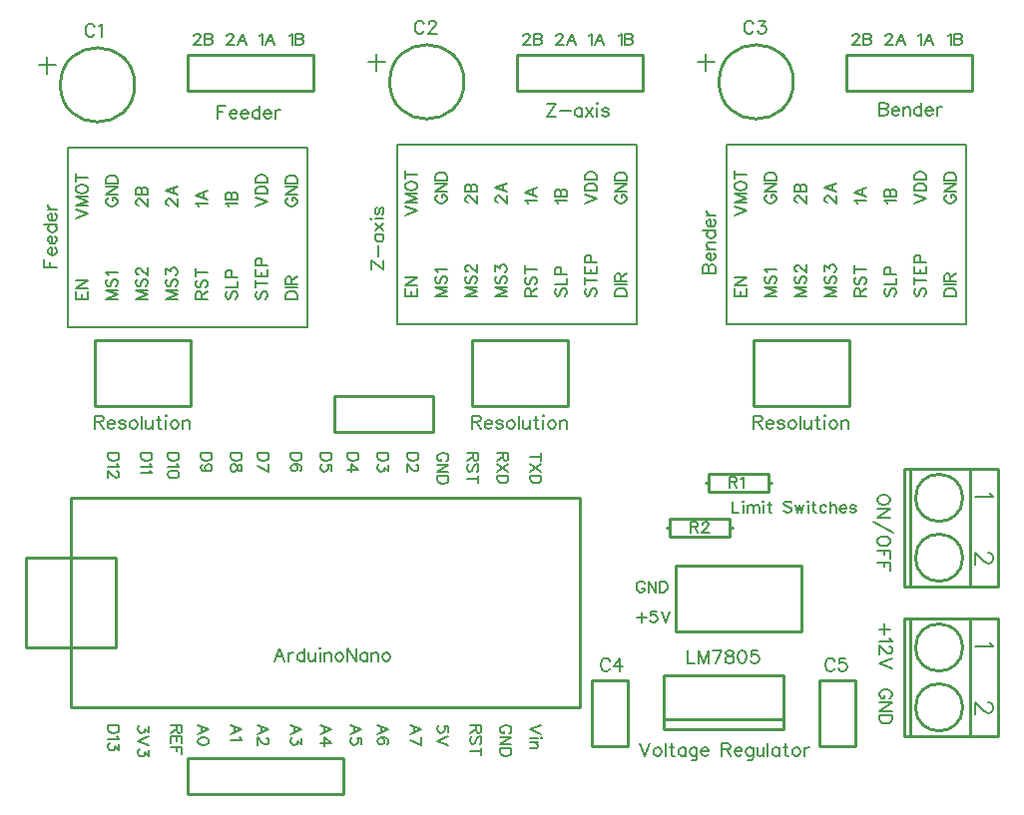
<source format=gto>
G04 Layer: TopSilkLayer*
G04 EasyEDA v6.3.22, 2020-02-29T13:15:50--6:00*
G04 7e361a66f70b42a58be88cf598946bd6,aa4253c5fc2745a6ae017adeef99ad3f,10*
G04 Gerber Generator version 0.2*
G04 Scale: 100 percent, Rotated: No, Reflected: No *
G04 Dimensions in millimeters *
G04 leading zeros omitted , absolute positions ,3 integer and 3 decimal *
%FSLAX33Y33*%
%MOMM*%
G90*
G71D02*

%ADD10C,0.254000*%
%ADD25C,0.127000*%
%ADD26C,0.203200*%
%ADD27C,0.177800*%
%ADD28C,0.180000*%

%LPD*%
G54D10*
G01X69342Y11176D02*
G01X72390Y11176D01*
G01X72390Y5588D01*
G01X69342Y5588D01*
G01X69342Y11176D01*
G01X50038Y11176D02*
G01X53086Y11176D01*
G01X53086Y5588D01*
G01X50038Y5588D01*
G01X50038Y11176D01*
G01X15748Y64262D02*
G01X26416Y64262D01*
G01X26416Y61214D01*
G01X15748Y61214D01*
G01X15748Y64262D01*
G01X43688Y64262D02*
G01X54356Y64262D01*
G01X54356Y61214D01*
G01X43688Y61214D01*
G01X43688Y64262D01*
G01X71628Y64262D02*
G01X82296Y64262D01*
G01X82296Y61214D01*
G01X71628Y61214D01*
G01X71628Y64262D01*
G01X7874Y40045D02*
G01X16002Y40045D01*
G01X16002Y34457D01*
G01X7874Y34457D01*
G01X7874Y40045D01*
G01X39878Y40045D02*
G01X48006Y40045D01*
G01X48006Y34457D01*
G01X39878Y34457D01*
G01X39878Y40045D01*
G01X63754Y40045D02*
G01X71882Y40045D01*
G01X71882Y34457D01*
G01X63754Y34457D01*
G01X63754Y40045D01*
G01X16002Y4572D02*
G01X28956Y4572D01*
G01X28956Y1524D01*
G01X15748Y1524D01*
G01X15748Y4572D01*
G01X16002Y4572D01*
G01X28194Y35306D02*
G01X36576Y35306D01*
G01X36576Y32258D01*
G01X28194Y32258D01*
G01X28194Y35306D01*
G01X28194Y35306D01*
G01X28194Y35306D01*
G01X57404Y20919D02*
G01X67818Y20919D01*
G01X67818Y15331D01*
G01X57150Y15331D01*
G01X57150Y20919D01*
G01X57404Y20919D01*
G54D25*
G01X25908Y56388D02*
G01X25908Y41148D01*
G01X5588Y41148D01*
G01X5588Y56388D01*
G01X25908Y56388D01*
G54D10*
G01X5842Y26670D02*
G01X5842Y8890D01*
G01X5842Y8890D02*
G01X49022Y8890D01*
G01X49022Y8890D02*
G01X49022Y26670D01*
G01X49022Y26670D02*
G01X5842Y26670D01*
G01X9652Y21590D02*
G01X2032Y21590D01*
G01X2032Y13970D01*
G01X9652Y13970D01*
G01X9652Y21590D01*
G54D25*
G01X53848Y56642D02*
G01X53848Y41402D01*
G01X33528Y41402D01*
G01X33528Y56642D01*
G01X53848Y56642D01*
G01X81788Y56642D02*
G01X81788Y41402D01*
G01X61468Y41402D01*
G01X61468Y56642D01*
G01X81788Y56642D01*
G54D10*
G01X84503Y16428D02*
G01X76502Y16428D01*
G01X84503Y6428D02*
G01X76502Y6428D01*
G01X76502Y16428D02*
G01X76502Y6428D01*
G01X84503Y16428D02*
G01X84503Y6428D01*
G01X77033Y16428D02*
G01X77033Y6428D01*
G01X82102Y16370D02*
G01X82102Y6489D01*
G01X61214Y7031D02*
G01X56113Y7031D01*
G01X56113Y7031D02*
G01X56113Y11482D01*
G01X61214Y7031D02*
G01X66314Y7031D01*
G01X66314Y7112D02*
G01X66314Y11562D01*
G01X56154Y11562D02*
G01X66314Y11562D01*
G01X56134Y7874D02*
G01X66294Y7874D01*
G01X66294Y7874D01*
G01X66294Y7874D01*
G01X59944Y28702D02*
G01X65024Y28702D01*
G01X65024Y28702D02*
G01X65024Y27940D01*
G01X65024Y27940D02*
G01X65024Y27178D01*
G01X65024Y27178D02*
G01X59944Y27178D01*
G01X59944Y27178D02*
G01X59944Y27940D01*
G01X59944Y27940D02*
G01X59944Y28702D01*
G01X65024Y27940D02*
G01X65278Y27940D01*
G01X59944Y27940D02*
G01X59690Y27940D01*
G01X56642Y24892D02*
G01X61722Y24892D01*
G01X61722Y24892D02*
G01X61722Y24130D01*
G01X61722Y24130D02*
G01X61722Y23368D01*
G01X61722Y23368D02*
G01X56642Y23368D01*
G01X56642Y23368D02*
G01X56642Y24130D01*
G01X56642Y24130D02*
G01X56642Y24892D01*
G01X61722Y24130D02*
G01X61976Y24130D01*
G01X56642Y24130D02*
G01X56388Y24130D01*
G01X84503Y29128D02*
G01X76502Y29128D01*
G01X84503Y19128D02*
G01X76502Y19128D01*
G01X76502Y29128D02*
G01X76502Y19128D01*
G01X84503Y29128D02*
G01X84503Y19128D01*
G01X77033Y29128D02*
G01X77033Y19128D01*
G01X82102Y29070D02*
G01X82102Y19189D01*
G54D26*
G01X80264Y65900D02*
G01X80355Y65948D01*
G01X80495Y66085D01*
G01X80495Y65115D01*
G01X80799Y66085D02*
G01X80799Y65115D01*
G01X80799Y66085D02*
G01X81216Y66085D01*
G01X81353Y66040D01*
G01X81399Y65994D01*
G01X81445Y65900D01*
G01X81445Y65808D01*
G01X81399Y65717D01*
G01X81353Y65671D01*
G01X81216Y65623D01*
G01X80799Y65623D02*
G01X81216Y65623D01*
G01X81353Y65577D01*
G01X81399Y65532D01*
G01X81445Y65440D01*
G01X81445Y65300D01*
G01X81399Y65209D01*
G01X81353Y65163D01*
G01X81216Y65115D01*
G01X80799Y65115D01*
G01X77724Y65900D02*
G01X77815Y65948D01*
G01X77955Y66085D01*
G01X77955Y65115D01*
G01X78628Y66085D02*
G01X78259Y65115D01*
G01X78628Y66085D02*
G01X78999Y65115D01*
G01X78397Y65440D02*
G01X78859Y65440D01*
G01X74975Y65854D02*
G01X74975Y65900D01*
G01X75021Y65994D01*
G01X75069Y66040D01*
G01X75161Y66085D01*
G01X75346Y66085D01*
G01X75438Y66040D01*
G01X75483Y65994D01*
G01X75529Y65900D01*
G01X75529Y65808D01*
G01X75483Y65717D01*
G01X75392Y65577D01*
G01X74930Y65115D01*
G01X75577Y65115D01*
G01X76250Y66085D02*
G01X75882Y65115D01*
G01X76250Y66085D02*
G01X76619Y65115D01*
G01X76019Y65440D02*
G01X76481Y65440D01*
G01X72181Y65854D02*
G01X72181Y65900D01*
G01X72227Y65994D01*
G01X72275Y66040D01*
G01X72367Y66085D01*
G01X72552Y66085D01*
G01X72644Y66040D01*
G01X72689Y65994D01*
G01X72735Y65900D01*
G01X72735Y65808D01*
G01X72689Y65717D01*
G01X72598Y65577D01*
G01X72136Y65115D01*
G01X72783Y65115D01*
G01X73088Y66085D02*
G01X73088Y65115D01*
G01X73088Y66085D02*
G01X73502Y66085D01*
G01X73642Y66040D01*
G01X73687Y65994D01*
G01X73733Y65900D01*
G01X73733Y65808D01*
G01X73687Y65717D01*
G01X73642Y65671D01*
G01X73502Y65623D01*
G01X73088Y65623D02*
G01X73502Y65623D01*
G01X73642Y65577D01*
G01X73687Y65532D01*
G01X73733Y65440D01*
G01X73733Y65300D01*
G01X73687Y65209D01*
G01X73642Y65163D01*
G01X73502Y65115D01*
G01X73088Y65115D01*
G54D27*
G01X18288Y59944D02*
G01X18288Y58854D01*
G01X18288Y59944D02*
G01X18963Y59944D01*
G01X18288Y59425D02*
G01X18704Y59425D01*
G01X19306Y59270D02*
G01X19928Y59270D01*
G01X19928Y59372D01*
G01X19878Y59476D01*
G01X19824Y59529D01*
G01X19723Y59580D01*
G01X19565Y59580D01*
G01X19461Y59529D01*
G01X19357Y59425D01*
G01X19306Y59270D01*
G01X19306Y59166D01*
G01X19357Y59009D01*
G01X19461Y58905D01*
G01X19565Y58854D01*
G01X19723Y58854D01*
G01X19824Y58905D01*
G01X19928Y59009D01*
G01X20271Y59270D02*
G01X20896Y59270D01*
G01X20896Y59372D01*
G01X20843Y59476D01*
G01X20792Y59529D01*
G01X20688Y59580D01*
G01X20533Y59580D01*
G01X20429Y59529D01*
G01X20325Y59425D01*
G01X20271Y59270D01*
G01X20271Y59166D01*
G01X20325Y59009D01*
G01X20429Y58905D01*
G01X20533Y58854D01*
G01X20688Y58854D01*
G01X20792Y58905D01*
G01X20896Y59009D01*
G01X21861Y59944D02*
G01X21861Y58854D01*
G01X21861Y59425D02*
G01X21757Y59529D01*
G01X21653Y59580D01*
G01X21498Y59580D01*
G01X21394Y59529D01*
G01X21290Y59425D01*
G01X21239Y59270D01*
G01X21239Y59166D01*
G01X21290Y59009D01*
G01X21394Y58905D01*
G01X21498Y58854D01*
G01X21653Y58854D01*
G01X21757Y58905D01*
G01X21861Y59009D01*
G01X22204Y59270D02*
G01X22829Y59270D01*
G01X22829Y59372D01*
G01X22776Y59476D01*
G01X22725Y59529D01*
G01X22621Y59580D01*
G01X22466Y59580D01*
G01X22362Y59529D01*
G01X22258Y59425D01*
G01X22204Y59270D01*
G01X22204Y59166D01*
G01X22258Y59009D01*
G01X22362Y58905D01*
G01X22466Y58854D01*
G01X22621Y58854D01*
G01X22725Y58905D01*
G01X22829Y59009D01*
G01X23172Y59580D02*
G01X23172Y58854D01*
G01X23172Y59270D02*
G01X23223Y59425D01*
G01X23327Y59529D01*
G01X23431Y59580D01*
G01X23586Y59580D01*
G01X46954Y60144D02*
G01X46228Y59055D01*
G01X46228Y60144D02*
G01X46954Y60144D01*
G01X46228Y59055D02*
G01X46954Y59055D01*
G01X47297Y59522D02*
G01X48234Y59522D01*
G01X49199Y59781D02*
G01X49199Y59055D01*
G01X49199Y59626D02*
G01X49095Y59730D01*
G01X48991Y59781D01*
G01X48836Y59781D01*
G01X48732Y59730D01*
G01X48628Y59626D01*
G01X48577Y59471D01*
G01X48577Y59367D01*
G01X48628Y59209D01*
G01X48732Y59105D01*
G01X48836Y59055D01*
G01X48991Y59055D01*
G01X49095Y59105D01*
G01X49199Y59209D01*
G01X49542Y59781D02*
G01X50114Y59055D01*
G01X50114Y59781D02*
G01X49542Y59055D01*
G01X50457Y60144D02*
G01X50507Y60093D01*
G01X50561Y60144D01*
G01X50507Y60198D01*
G01X50457Y60144D01*
G01X50507Y59781D02*
G01X50507Y59055D01*
G01X51475Y59626D02*
G01X51422Y59730D01*
G01X51267Y59781D01*
G01X51112Y59781D01*
G01X50954Y59730D01*
G01X50904Y59626D01*
G01X50954Y59522D01*
G01X51059Y59471D01*
G01X51320Y59418D01*
G01X51422Y59367D01*
G01X51475Y59263D01*
G01X51475Y59209D01*
G01X51422Y59105D01*
G01X51267Y59055D01*
G01X51112Y59055D01*
G01X50954Y59105D01*
G01X50904Y59209D01*
G01X74422Y60198D02*
G01X74422Y59108D01*
G01X74422Y60198D02*
G01X74889Y60198D01*
G01X75044Y60147D01*
G01X75097Y60096D01*
G01X75148Y59992D01*
G01X75148Y59888D01*
G01X75097Y59783D01*
G01X75044Y59730D01*
G01X74889Y59679D01*
G01X74422Y59679D02*
G01X74889Y59679D01*
G01X75044Y59626D01*
G01X75097Y59575D01*
G01X75148Y59471D01*
G01X75148Y59316D01*
G01X75097Y59212D01*
G01X75044Y59159D01*
G01X74889Y59108D01*
G01X74422Y59108D01*
G01X75491Y59524D02*
G01X76116Y59524D01*
G01X76116Y59626D01*
G01X76062Y59730D01*
G01X76012Y59783D01*
G01X75907Y59834D01*
G01X75752Y59834D01*
G01X75648Y59783D01*
G01X75544Y59679D01*
G01X75491Y59524D01*
G01X75491Y59420D01*
G01X75544Y59263D01*
G01X75648Y59159D01*
G01X75752Y59108D01*
G01X75907Y59108D01*
G01X76012Y59159D01*
G01X76116Y59263D01*
G01X76459Y59834D02*
G01X76459Y59108D01*
G01X76459Y59626D02*
G01X76614Y59783D01*
G01X76718Y59834D01*
G01X76873Y59834D01*
G01X76977Y59783D01*
G01X77030Y59626D01*
G01X77030Y59108D01*
G01X77995Y60198D02*
G01X77995Y59108D01*
G01X77995Y59679D02*
G01X77891Y59783D01*
G01X77787Y59834D01*
G01X77632Y59834D01*
G01X77528Y59783D01*
G01X77424Y59679D01*
G01X77373Y59524D01*
G01X77373Y59420D01*
G01X77424Y59263D01*
G01X77528Y59159D01*
G01X77632Y59108D01*
G01X77787Y59108D01*
G01X77891Y59159D01*
G01X77995Y59263D01*
G01X78338Y59524D02*
G01X78963Y59524D01*
G01X78963Y59626D01*
G01X78910Y59730D01*
G01X78859Y59783D01*
G01X78755Y59834D01*
G01X78600Y59834D01*
G01X78496Y59783D01*
G01X78392Y59679D01*
G01X78338Y59524D01*
G01X78338Y59420D01*
G01X78392Y59263D01*
G01X78496Y59159D01*
G01X78600Y59108D01*
G01X78755Y59108D01*
G01X78859Y59159D01*
G01X78963Y59263D01*
G01X79306Y59834D02*
G01X79306Y59108D01*
G01X79306Y59524D02*
G01X79357Y59679D01*
G01X79461Y59783D01*
G01X79565Y59834D01*
G01X79720Y59834D01*
G54D26*
G01X52324Y65900D02*
G01X52415Y65948D01*
G01X52555Y66085D01*
G01X52555Y65115D01*
G01X52859Y66085D02*
G01X52859Y65115D01*
G01X52859Y66085D02*
G01X53276Y66085D01*
G01X53413Y66040D01*
G01X53459Y65994D01*
G01X53505Y65900D01*
G01X53505Y65808D01*
G01X53459Y65717D01*
G01X53413Y65671D01*
G01X53276Y65623D01*
G01X52859Y65623D02*
G01X53276Y65623D01*
G01X53413Y65577D01*
G01X53459Y65532D01*
G01X53505Y65440D01*
G01X53505Y65300D01*
G01X53459Y65209D01*
G01X53413Y65163D01*
G01X53276Y65115D01*
G01X52859Y65115D01*
G01X49784Y65900D02*
G01X49875Y65948D01*
G01X50015Y66085D01*
G01X50015Y65115D01*
G01X50688Y66085D02*
G01X50319Y65115D01*
G01X50688Y66085D02*
G01X51059Y65115D01*
G01X50457Y65440D02*
G01X50919Y65440D01*
G01X47035Y65854D02*
G01X47035Y65900D01*
G01X47081Y65994D01*
G01X47129Y66040D01*
G01X47221Y66085D01*
G01X47406Y66085D01*
G01X47498Y66040D01*
G01X47543Y65994D01*
G01X47589Y65900D01*
G01X47589Y65808D01*
G01X47543Y65717D01*
G01X47452Y65577D01*
G01X46990Y65115D01*
G01X47637Y65115D01*
G01X48310Y66085D02*
G01X47942Y65115D01*
G01X48310Y66085D02*
G01X48679Y65115D01*
G01X48079Y65440D02*
G01X48541Y65440D01*
G01X44241Y65854D02*
G01X44241Y65900D01*
G01X44287Y65994D01*
G01X44335Y66040D01*
G01X44427Y66085D01*
G01X44612Y66085D01*
G01X44704Y66040D01*
G01X44749Y65994D01*
G01X44795Y65900D01*
G01X44795Y65808D01*
G01X44749Y65717D01*
G01X44658Y65577D01*
G01X44196Y65115D01*
G01X44843Y65115D01*
G01X45148Y66085D02*
G01X45148Y65115D01*
G01X45148Y66085D02*
G01X45562Y66085D01*
G01X45702Y66040D01*
G01X45747Y65994D01*
G01X45793Y65900D01*
G01X45793Y65808D01*
G01X45747Y65717D01*
G01X45702Y65671D01*
G01X45562Y65623D01*
G01X45148Y65623D02*
G01X45562Y65623D01*
G01X45702Y65577D01*
G01X45747Y65532D01*
G01X45793Y65440D01*
G01X45793Y65300D01*
G01X45747Y65209D01*
G01X45702Y65163D01*
G01X45562Y65115D01*
G01X45148Y65115D01*
G01X24384Y65900D02*
G01X24475Y65948D01*
G01X24615Y66085D01*
G01X24615Y65115D01*
G01X24919Y66085D02*
G01X24919Y65115D01*
G01X24919Y66085D02*
G01X25336Y66085D01*
G01X25473Y66040D01*
G01X25519Y65994D01*
G01X25565Y65900D01*
G01X25565Y65808D01*
G01X25519Y65717D01*
G01X25473Y65671D01*
G01X25336Y65623D01*
G01X24919Y65623D02*
G01X25336Y65623D01*
G01X25473Y65577D01*
G01X25519Y65532D01*
G01X25565Y65440D01*
G01X25565Y65300D01*
G01X25519Y65209D01*
G01X25473Y65163D01*
G01X25336Y65115D01*
G01X24919Y65115D01*
G01X21844Y65900D02*
G01X21935Y65948D01*
G01X22075Y66085D01*
G01X22075Y65115D01*
G01X22748Y66085D02*
G01X22379Y65115D01*
G01X22748Y66085D02*
G01X23119Y65115D01*
G01X22517Y65440D02*
G01X22979Y65440D01*
G01X19095Y65854D02*
G01X19095Y65900D01*
G01X19141Y65994D01*
G01X19189Y66040D01*
G01X19281Y66085D01*
G01X19466Y66085D01*
G01X19558Y66040D01*
G01X19603Y65994D01*
G01X19649Y65900D01*
G01X19649Y65808D01*
G01X19603Y65717D01*
G01X19512Y65577D01*
G01X19050Y65115D01*
G01X19697Y65115D01*
G01X20370Y66085D02*
G01X20002Y65115D01*
G01X20370Y66085D02*
G01X20739Y65115D01*
G01X20139Y65440D02*
G01X20601Y65440D01*
G01X16301Y65854D02*
G01X16301Y65900D01*
G01X16347Y65994D01*
G01X16395Y66040D01*
G01X16487Y66085D01*
G01X16672Y66085D01*
G01X16764Y66040D01*
G01X16809Y65994D01*
G01X16855Y65900D01*
G01X16855Y65808D01*
G01X16809Y65717D01*
G01X16718Y65577D01*
G01X16256Y65115D01*
G01X16903Y65115D01*
G01X17208Y66085D02*
G01X17208Y65115D01*
G01X17208Y66085D02*
G01X17622Y66085D01*
G01X17762Y66040D01*
G01X17807Y65994D01*
G01X17853Y65900D01*
G01X17853Y65808D01*
G01X17807Y65717D01*
G01X17762Y65671D01*
G01X17622Y65623D01*
G01X17208Y65623D02*
G01X17622Y65623D01*
G01X17762Y65577D01*
G01X17807Y65532D01*
G01X17853Y65440D01*
G01X17853Y65300D01*
G01X17807Y65209D01*
G01X17762Y65163D01*
G01X17622Y65115D01*
G01X17208Y65115D01*
G54D27*
G01X7874Y33642D02*
G01X7874Y32552D01*
G01X7874Y33642D02*
G01X8341Y33642D01*
G01X8496Y33591D01*
G01X8549Y33540D01*
G01X8600Y33436D01*
G01X8600Y33332D01*
G01X8549Y33228D01*
G01X8496Y33174D01*
G01X8341Y33124D01*
G01X7874Y33124D01*
G01X8237Y33124D02*
G01X8600Y32552D01*
G01X8943Y32969D02*
G01X9568Y32969D01*
G01X9568Y33070D01*
G01X9514Y33174D01*
G01X9464Y33228D01*
G01X9359Y33279D01*
G01X9204Y33279D01*
G01X9100Y33228D01*
G01X8996Y33124D01*
G01X8943Y32969D01*
G01X8943Y32865D01*
G01X8996Y32707D01*
G01X9100Y32603D01*
G01X9204Y32552D01*
G01X9359Y32552D01*
G01X9464Y32603D01*
G01X9568Y32707D01*
G01X10482Y33124D02*
G01X10429Y33228D01*
G01X10274Y33279D01*
G01X10119Y33279D01*
G01X9961Y33228D01*
G01X9911Y33124D01*
G01X9961Y33020D01*
G01X10066Y32969D01*
G01X10325Y32915D01*
G01X10429Y32865D01*
G01X10482Y32760D01*
G01X10482Y32707D01*
G01X10429Y32603D01*
G01X10274Y32552D01*
G01X10119Y32552D01*
G01X9961Y32603D01*
G01X9911Y32707D01*
G01X11084Y33279D02*
G01X10980Y33228D01*
G01X10876Y33124D01*
G01X10825Y32969D01*
G01X10825Y32865D01*
G01X10876Y32707D01*
G01X10980Y32603D01*
G01X11084Y32552D01*
G01X11239Y32552D01*
G01X11343Y32603D01*
G01X11447Y32707D01*
G01X11501Y32865D01*
G01X11501Y32969D01*
G01X11447Y33124D01*
G01X11343Y33228D01*
G01X11239Y33279D01*
G01X11084Y33279D01*
G01X11844Y33642D02*
G01X11844Y32552D01*
G01X12186Y33279D02*
G01X12186Y32760D01*
G01X12237Y32603D01*
G01X12341Y32552D01*
G01X12496Y32552D01*
G01X12600Y32603D01*
G01X12758Y32760D01*
G01X12758Y33279D02*
G01X12758Y32552D01*
G01X13256Y33642D02*
G01X13256Y32760D01*
G01X13309Y32603D01*
G01X13411Y32552D01*
G01X13515Y32552D01*
G01X13101Y33279D02*
G01X13464Y33279D01*
G01X13858Y33642D02*
G01X13911Y33591D01*
G01X13962Y33642D01*
G01X13911Y33695D01*
G01X13858Y33642D01*
G01X13911Y33279D02*
G01X13911Y32552D01*
G01X14566Y33279D02*
G01X14462Y33228D01*
G01X14358Y33124D01*
G01X14305Y32969D01*
G01X14305Y32865D01*
G01X14358Y32707D01*
G01X14462Y32603D01*
G01X14566Y32552D01*
G01X14721Y32552D01*
G01X14825Y32603D01*
G01X14930Y32707D01*
G01X14980Y32865D01*
G01X14980Y32969D01*
G01X14930Y33124D01*
G01X14825Y33228D01*
G01X14721Y33279D01*
G01X14566Y33279D01*
G01X15323Y33279D02*
G01X15323Y32552D01*
G01X15323Y33070D02*
G01X15481Y33228D01*
G01X15582Y33279D01*
G01X15740Y33279D01*
G01X15844Y33228D01*
G01X15895Y33070D01*
G01X15895Y32552D01*
G01X39878Y33642D02*
G01X39878Y32552D01*
G01X39878Y33642D02*
G01X40345Y33642D01*
G01X40500Y33591D01*
G01X40553Y33540D01*
G01X40604Y33436D01*
G01X40604Y33332D01*
G01X40553Y33228D01*
G01X40500Y33174D01*
G01X40345Y33124D01*
G01X39878Y33124D01*
G01X40241Y33124D02*
G01X40604Y32552D01*
G01X40947Y32969D02*
G01X41572Y32969D01*
G01X41572Y33070D01*
G01X41518Y33174D01*
G01X41468Y33228D01*
G01X41363Y33279D01*
G01X41208Y33279D01*
G01X41104Y33228D01*
G01X41000Y33124D01*
G01X40947Y32969D01*
G01X40947Y32865D01*
G01X41000Y32707D01*
G01X41104Y32603D01*
G01X41208Y32552D01*
G01X41363Y32552D01*
G01X41468Y32603D01*
G01X41572Y32707D01*
G01X42486Y33124D02*
G01X42433Y33228D01*
G01X42278Y33279D01*
G01X42123Y33279D01*
G01X41965Y33228D01*
G01X41915Y33124D01*
G01X41965Y33020D01*
G01X42070Y32969D01*
G01X42329Y32915D01*
G01X42433Y32865D01*
G01X42486Y32760D01*
G01X42486Y32707D01*
G01X42433Y32603D01*
G01X42278Y32552D01*
G01X42123Y32552D01*
G01X41965Y32603D01*
G01X41915Y32707D01*
G01X43088Y33279D02*
G01X42984Y33228D01*
G01X42880Y33124D01*
G01X42829Y32969D01*
G01X42829Y32865D01*
G01X42880Y32707D01*
G01X42984Y32603D01*
G01X43088Y32552D01*
G01X43243Y32552D01*
G01X43347Y32603D01*
G01X43451Y32707D01*
G01X43505Y32865D01*
G01X43505Y32969D01*
G01X43451Y33124D01*
G01X43347Y33228D01*
G01X43243Y33279D01*
G01X43088Y33279D01*
G01X43848Y33642D02*
G01X43848Y32552D01*
G01X44190Y33279D02*
G01X44190Y32760D01*
G01X44241Y32603D01*
G01X44345Y32552D01*
G01X44500Y32552D01*
G01X44604Y32603D01*
G01X44762Y32760D01*
G01X44762Y33279D02*
G01X44762Y32552D01*
G01X45260Y33642D02*
G01X45260Y32760D01*
G01X45313Y32603D01*
G01X45415Y32552D01*
G01X45519Y32552D01*
G01X45105Y33279D02*
G01X45468Y33279D01*
G01X45862Y33642D02*
G01X45915Y33591D01*
G01X45966Y33642D01*
G01X45915Y33695D01*
G01X45862Y33642D01*
G01X45915Y33279D02*
G01X45915Y32552D01*
G01X46570Y33279D02*
G01X46466Y33228D01*
G01X46362Y33124D01*
G01X46309Y32969D01*
G01X46309Y32865D01*
G01X46362Y32707D01*
G01X46466Y32603D01*
G01X46570Y32552D01*
G01X46725Y32552D01*
G01X46829Y32603D01*
G01X46934Y32707D01*
G01X46984Y32865D01*
G01X46984Y32969D01*
G01X46934Y33124D01*
G01X46829Y33228D01*
G01X46725Y33279D01*
G01X46570Y33279D01*
G01X47327Y33279D02*
G01X47327Y32552D01*
G01X47327Y33070D02*
G01X47485Y33228D01*
G01X47586Y33279D01*
G01X47744Y33279D01*
G01X47848Y33228D01*
G01X47899Y33070D01*
G01X47899Y32552D01*
G01X63754Y33642D02*
G01X63754Y32552D01*
G01X63754Y33642D02*
G01X64221Y33642D01*
G01X64376Y33591D01*
G01X64429Y33540D01*
G01X64480Y33436D01*
G01X64480Y33332D01*
G01X64429Y33228D01*
G01X64376Y33174D01*
G01X64221Y33124D01*
G01X63754Y33124D01*
G01X64117Y33124D02*
G01X64480Y32552D01*
G01X64823Y32969D02*
G01X65448Y32969D01*
G01X65448Y33070D01*
G01X65394Y33174D01*
G01X65344Y33228D01*
G01X65239Y33279D01*
G01X65084Y33279D01*
G01X64980Y33228D01*
G01X64876Y33124D01*
G01X64823Y32969D01*
G01X64823Y32865D01*
G01X64876Y32707D01*
G01X64980Y32603D01*
G01X65084Y32552D01*
G01X65239Y32552D01*
G01X65344Y32603D01*
G01X65448Y32707D01*
G01X66362Y33124D02*
G01X66309Y33228D01*
G01X66154Y33279D01*
G01X65999Y33279D01*
G01X65841Y33228D01*
G01X65791Y33124D01*
G01X65841Y33020D01*
G01X65946Y32969D01*
G01X66205Y32915D01*
G01X66309Y32865D01*
G01X66362Y32760D01*
G01X66362Y32707D01*
G01X66309Y32603D01*
G01X66154Y32552D01*
G01X65999Y32552D01*
G01X65841Y32603D01*
G01X65791Y32707D01*
G01X66964Y33279D02*
G01X66860Y33228D01*
G01X66756Y33124D01*
G01X66705Y32969D01*
G01X66705Y32865D01*
G01X66756Y32707D01*
G01X66860Y32603D01*
G01X66964Y32552D01*
G01X67119Y32552D01*
G01X67223Y32603D01*
G01X67327Y32707D01*
G01X67381Y32865D01*
G01X67381Y32969D01*
G01X67327Y33124D01*
G01X67223Y33228D01*
G01X67119Y33279D01*
G01X66964Y33279D01*
G01X67724Y33642D02*
G01X67724Y32552D01*
G01X68066Y33279D02*
G01X68066Y32760D01*
G01X68117Y32603D01*
G01X68221Y32552D01*
G01X68376Y32552D01*
G01X68480Y32603D01*
G01X68638Y32760D01*
G01X68638Y33279D02*
G01X68638Y32552D01*
G01X69136Y33642D02*
G01X69136Y32760D01*
G01X69189Y32603D01*
G01X69291Y32552D01*
G01X69395Y32552D01*
G01X68981Y33279D02*
G01X69344Y33279D01*
G01X69738Y33642D02*
G01X69791Y33591D01*
G01X69842Y33642D01*
G01X69791Y33695D01*
G01X69738Y33642D01*
G01X69791Y33279D02*
G01X69791Y32552D01*
G01X70446Y33279D02*
G01X70342Y33228D01*
G01X70238Y33124D01*
G01X70185Y32969D01*
G01X70185Y32865D01*
G01X70238Y32707D01*
G01X70342Y32603D01*
G01X70446Y32552D01*
G01X70601Y32552D01*
G01X70705Y32603D01*
G01X70810Y32707D01*
G01X70860Y32865D01*
G01X70860Y32969D01*
G01X70810Y33124D01*
G01X70705Y33228D01*
G01X70601Y33279D01*
G01X70446Y33279D01*
G01X71203Y33279D02*
G01X71203Y32552D01*
G01X71203Y33070D02*
G01X71361Y33228D01*
G01X71462Y33279D01*
G01X71620Y33279D01*
G01X71724Y33228D01*
G01X71775Y33070D01*
G01X71775Y32552D01*
G54D26*
G01X54264Y16926D02*
G01X54264Y16093D01*
G01X53848Y16510D02*
G01X54678Y16510D01*
G01X55537Y17063D02*
G01X55077Y17063D01*
G01X55029Y16649D01*
G01X55077Y16695D01*
G01X55214Y16741D01*
G01X55354Y16741D01*
G01X55491Y16695D01*
G01X55585Y16601D01*
G01X55631Y16464D01*
G01X55631Y16370D01*
G01X55585Y16233D01*
G01X55491Y16141D01*
G01X55354Y16093D01*
G01X55214Y16093D01*
G01X55077Y16141D01*
G01X55029Y16187D01*
G01X54983Y16278D01*
G01X55935Y17063D02*
G01X56304Y16093D01*
G01X56675Y17063D02*
G01X56304Y16093D01*
G01X54541Y19372D02*
G01X54495Y19466D01*
G01X54401Y19557D01*
G01X54310Y19603D01*
G01X54124Y19603D01*
G01X54033Y19557D01*
G01X53939Y19466D01*
G01X53893Y19372D01*
G01X53848Y19235D01*
G01X53848Y19004D01*
G01X53893Y18864D01*
G01X53939Y18773D01*
G01X54033Y18681D01*
G01X54124Y18633D01*
G01X54310Y18633D01*
G01X54401Y18681D01*
G01X54495Y18773D01*
G01X54541Y18864D01*
G01X54541Y19004D01*
G01X54310Y19004D02*
G01X54541Y19004D01*
G01X54846Y19603D02*
G01X54846Y18633D01*
G01X54846Y19603D02*
G01X55491Y18633D01*
G01X55491Y19603D02*
G01X55491Y18633D01*
G01X55796Y19603D02*
G01X55796Y18633D01*
G01X55796Y19603D02*
G01X56121Y19603D01*
G01X56258Y19557D01*
G01X56349Y19466D01*
G01X56398Y19372D01*
G01X56443Y19235D01*
G01X56443Y19004D01*
G01X56398Y18864D01*
G01X56349Y18773D01*
G01X56258Y18681D01*
G01X56121Y18633D01*
G01X55796Y18633D01*
G54D28*
G01X75252Y9636D02*
G01X75356Y9687D01*
G01X75458Y9791D01*
G01X75511Y9895D01*
G01X75511Y10104D01*
G01X75458Y10205D01*
G01X75356Y10309D01*
G01X75252Y10363D01*
G01X75097Y10414D01*
G01X74838Y10414D01*
G01X74681Y10363D01*
G01X74579Y10309D01*
G01X74475Y10205D01*
G01X74421Y10104D01*
G01X74421Y9895D01*
G01X74475Y9791D01*
G01X74579Y9687D01*
G01X74681Y9636D01*
G01X74838Y9636D01*
G01X74838Y9895D02*
G01X74838Y9636D01*
G01X75511Y9293D02*
G01X74421Y9293D01*
G01X75511Y9293D02*
G01X74421Y8569D01*
G01X75511Y8569D02*
G01X74421Y8569D01*
G01X75511Y8227D02*
G01X74421Y8227D01*
G01X75511Y8227D02*
G01X75511Y7863D01*
G01X75458Y7708D01*
G01X75356Y7604D01*
G01X75252Y7553D01*
G01X75097Y7500D01*
G01X74838Y7500D01*
G01X74681Y7553D01*
G01X74579Y7604D01*
G01X74475Y7708D01*
G01X74421Y7863D01*
G01X74421Y8227D01*
G54D26*
G01X61976Y26370D02*
G01X61976Y25400D01*
G01X61976Y25400D02*
G01X62529Y25400D01*
G01X62834Y26370D02*
G01X62880Y26324D01*
G01X62928Y26370D01*
G01X62880Y26416D01*
G01X62834Y26370D01*
G01X62880Y26047D02*
G01X62880Y25400D01*
G01X63233Y26047D02*
G01X63233Y25400D01*
G01X63233Y25862D02*
G01X63370Y26001D01*
G01X63461Y26047D01*
G01X63601Y26047D01*
G01X63693Y26001D01*
G01X63741Y25862D01*
G01X63741Y25400D01*
G01X63741Y25862D02*
G01X63878Y26001D01*
G01X63969Y26047D01*
G01X64109Y26047D01*
G01X64201Y26001D01*
G01X64249Y25862D01*
G01X64249Y25400D01*
G01X64554Y26370D02*
G01X64599Y26324D01*
G01X64645Y26370D01*
G01X64599Y26416D01*
G01X64554Y26370D01*
G01X64599Y26047D02*
G01X64599Y25400D01*
G01X65087Y26370D02*
G01X65087Y25585D01*
G01X65135Y25448D01*
G01X65227Y25400D01*
G01X65318Y25400D01*
G01X64950Y26047D02*
G01X65272Y26047D01*
G01X66982Y26233D02*
G01X66890Y26324D01*
G01X66751Y26370D01*
G01X66565Y26370D01*
G01X66428Y26324D01*
G01X66334Y26233D01*
G01X66334Y26139D01*
G01X66382Y26047D01*
G01X66428Y26001D01*
G01X66520Y25956D01*
G01X66796Y25862D01*
G01X66890Y25816D01*
G01X66936Y25770D01*
G01X66982Y25676D01*
G01X66982Y25539D01*
G01X66890Y25448D01*
G01X66751Y25400D01*
G01X66565Y25400D01*
G01X66428Y25448D01*
G01X66334Y25539D01*
G01X67287Y26047D02*
G01X67472Y25400D01*
G01X67655Y26047D02*
G01X67472Y25400D01*
G01X67655Y26047D02*
G01X67840Y25400D01*
G01X68026Y26047D02*
G01X67840Y25400D01*
G01X68331Y26370D02*
G01X68376Y26324D01*
G01X68422Y26370D01*
G01X68376Y26416D01*
G01X68331Y26370D01*
G01X68376Y26047D02*
G01X68376Y25400D01*
G01X68867Y26370D02*
G01X68867Y25585D01*
G01X68912Y25448D01*
G01X69004Y25400D01*
G01X69098Y25400D01*
G01X68727Y26047D02*
G01X69049Y26047D01*
G01X69956Y25908D02*
G01X69862Y26001D01*
G01X69771Y26047D01*
G01X69634Y26047D01*
G01X69540Y26001D01*
G01X69448Y25908D01*
G01X69402Y25770D01*
G01X69402Y25676D01*
G01X69448Y25539D01*
G01X69540Y25448D01*
G01X69634Y25400D01*
G01X69771Y25400D01*
G01X69862Y25448D01*
G01X69956Y25539D01*
G01X70261Y26370D02*
G01X70261Y25400D01*
G01X70261Y25862D02*
G01X70398Y26001D01*
G01X70492Y26047D01*
G01X70629Y26047D01*
G01X70723Y26001D01*
G01X70769Y25862D01*
G01X70769Y25400D01*
G01X71074Y25770D02*
G01X71628Y25770D01*
G01X71628Y25862D01*
G01X71582Y25956D01*
G01X71536Y26001D01*
G01X71442Y26047D01*
G01X71305Y26047D01*
G01X71211Y26001D01*
G01X71120Y25908D01*
G01X71074Y25770D01*
G01X71074Y25676D01*
G01X71120Y25539D01*
G01X71211Y25448D01*
G01X71305Y25400D01*
G01X71442Y25400D01*
G01X71536Y25448D01*
G01X71628Y25539D01*
G01X72440Y25908D02*
G01X72395Y26001D01*
G01X72255Y26047D01*
G01X72118Y26047D01*
G01X71978Y26001D01*
G01X71932Y25908D01*
G01X71978Y25816D01*
G01X72072Y25770D01*
G01X72301Y25725D01*
G01X72395Y25676D01*
G01X72440Y25585D01*
G01X72440Y25539D01*
G01X72395Y25448D01*
G01X72255Y25400D01*
G01X72118Y25400D01*
G01X71978Y25448D01*
G01X71932Y25539D01*
G54D28*
G01X54102Y5842D02*
G01X54516Y4752D01*
G01X54930Y5842D02*
G01X54516Y4752D01*
G01X55532Y5478D02*
G01X55427Y5427D01*
G01X55323Y5323D01*
G01X55272Y5168D01*
G01X55272Y5064D01*
G01X55323Y4909D01*
G01X55427Y4805D01*
G01X55532Y4752D01*
G01X55686Y4752D01*
G01X55791Y4805D01*
G01X55895Y4909D01*
G01X55946Y5064D01*
G01X55946Y5168D01*
G01X55895Y5323D01*
G01X55791Y5427D01*
G01X55686Y5478D01*
G01X55532Y5478D01*
G01X56288Y5842D02*
G01X56288Y4752D01*
G01X56786Y5842D02*
G01X56786Y4960D01*
G01X56837Y4805D01*
G01X56941Y4752D01*
G01X57045Y4752D01*
G01X56631Y5478D02*
G01X56992Y5478D01*
G01X58008Y5478D02*
G01X58008Y4752D01*
G01X58008Y5323D02*
G01X57904Y5427D01*
G01X57802Y5478D01*
G01X57645Y5478D01*
G01X57543Y5427D01*
G01X57439Y5323D01*
G01X57386Y5168D01*
G01X57386Y5064D01*
G01X57439Y4909D01*
G01X57543Y4805D01*
G01X57645Y4752D01*
G01X57802Y4752D01*
G01X57904Y4805D01*
G01X58008Y4909D01*
G01X58973Y5478D02*
G01X58973Y4650D01*
G01X58920Y4493D01*
G01X58869Y4442D01*
G01X58765Y4391D01*
G01X58610Y4391D01*
G01X58506Y4442D01*
G01X58973Y5323D02*
G01X58869Y5427D01*
G01X58765Y5478D01*
G01X58610Y5478D01*
G01X58506Y5427D01*
G01X58402Y5323D01*
G01X58351Y5168D01*
G01X58351Y5064D01*
G01X58402Y4909D01*
G01X58506Y4805D01*
G01X58610Y4752D01*
G01X58765Y4752D01*
G01X58869Y4805D01*
G01X58973Y4909D01*
G01X59314Y5168D02*
G01X59936Y5168D01*
G01X59936Y5270D01*
G01X59885Y5374D01*
G01X59832Y5427D01*
G01X59730Y5478D01*
G01X59573Y5478D01*
G01X59471Y5427D01*
G01X59367Y5323D01*
G01X59314Y5168D01*
G01X59314Y5064D01*
G01X59367Y4909D01*
G01X59471Y4805D01*
G01X59573Y4752D01*
G01X59730Y4752D01*
G01X59832Y4805D01*
G01X59936Y4909D01*
G01X61076Y5842D02*
G01X61076Y4752D01*
G01X61076Y5842D02*
G01X61544Y5842D01*
G01X61699Y5788D01*
G01X61749Y5737D01*
G01X61803Y5633D01*
G01X61803Y5529D01*
G01X61749Y5427D01*
G01X61699Y5374D01*
G01X61544Y5323D01*
G01X61076Y5323D01*
G01X61440Y5323D02*
G01X61803Y4752D01*
G01X62143Y5168D02*
G01X62765Y5168D01*
G01X62765Y5270D01*
G01X62715Y5374D01*
G01X62661Y5427D01*
G01X62557Y5478D01*
G01X62402Y5478D01*
G01X62298Y5427D01*
G01X62196Y5323D01*
G01X62143Y5168D01*
G01X62143Y5064D01*
G01X62196Y4909D01*
G01X62298Y4805D01*
G01X62402Y4752D01*
G01X62557Y4752D01*
G01X62661Y4805D01*
G01X62765Y4909D01*
G01X63728Y5478D02*
G01X63728Y4650D01*
G01X63677Y4493D01*
G01X63627Y4442D01*
G01X63522Y4391D01*
G01X63367Y4391D01*
G01X63263Y4442D01*
G01X63728Y5323D02*
G01X63627Y5427D01*
G01X63522Y5478D01*
G01X63367Y5478D01*
G01X63263Y5427D01*
G01X63159Y5323D01*
G01X63108Y5168D01*
G01X63108Y5064D01*
G01X63159Y4909D01*
G01X63263Y4805D01*
G01X63367Y4752D01*
G01X63522Y4752D01*
G01X63627Y4805D01*
G01X63728Y4909D01*
G01X64071Y5478D02*
G01X64071Y4960D01*
G01X64122Y4805D01*
G01X64226Y4752D01*
G01X64383Y4752D01*
G01X64485Y4805D01*
G01X64643Y4960D01*
G01X64643Y5478D02*
G01X64643Y4752D01*
G01X64983Y5842D02*
G01X64983Y4752D01*
G01X65948Y5478D02*
G01X65948Y4752D01*
G01X65948Y5323D02*
G01X65844Y5427D01*
G01X65740Y5478D01*
G01X65585Y5478D01*
G01X65481Y5427D01*
G01X65377Y5323D01*
G01X65326Y5168D01*
G01X65326Y5064D01*
G01X65377Y4909D01*
G01X65481Y4805D01*
G01X65585Y4752D01*
G01X65740Y4752D01*
G01X65844Y4805D01*
G01X65948Y4909D01*
G01X66443Y5842D02*
G01X66443Y4960D01*
G01X66497Y4805D01*
G01X66601Y4752D01*
G01X66702Y4752D01*
G01X66288Y5478D02*
G01X66652Y5478D01*
G01X67304Y5478D02*
G01X67200Y5427D01*
G01X67099Y5323D01*
G01X67045Y5168D01*
G01X67045Y5064D01*
G01X67099Y4909D01*
G01X67200Y4805D01*
G01X67304Y4752D01*
G01X67459Y4752D01*
G01X67564Y4805D01*
G01X67668Y4909D01*
G01X67718Y5064D01*
G01X67718Y5168D01*
G01X67668Y5323D01*
G01X67564Y5427D01*
G01X67459Y5478D01*
G01X67304Y5478D01*
G01X68061Y5478D02*
G01X68061Y4752D01*
G01X68061Y5168D02*
G01X68112Y5323D01*
G01X68216Y5427D01*
G01X68320Y5478D01*
G01X68475Y5478D01*
G01X51577Y12809D02*
G01X51526Y12913D01*
G01X51422Y13014D01*
G01X51318Y13068D01*
G01X51109Y13068D01*
G01X51008Y13014D01*
G01X50904Y12913D01*
G01X50850Y12809D01*
G01X50800Y12654D01*
G01X50800Y12395D01*
G01X50850Y12237D01*
G01X50904Y12136D01*
G01X51008Y12031D01*
G01X51109Y11978D01*
G01X51318Y11978D01*
G01X51422Y12031D01*
G01X51526Y12136D01*
G01X51577Y12237D01*
G01X52438Y13068D02*
G01X51920Y12341D01*
G01X52697Y12341D01*
G01X52438Y13068D02*
G01X52438Y11978D01*
G01X70627Y12809D02*
G01X70576Y12913D01*
G01X70472Y13014D01*
G01X70368Y13068D01*
G01X70159Y13068D01*
G01X70058Y13014D01*
G01X69954Y12913D01*
G01X69900Y12809D01*
G01X69850Y12654D01*
G01X69850Y12395D01*
G01X69900Y12237D01*
G01X69954Y12136D01*
G01X70058Y12031D01*
G01X70159Y11978D01*
G01X70368Y11978D01*
G01X70472Y12031D01*
G01X70576Y12136D01*
G01X70627Y12237D01*
G01X71589Y13068D02*
G01X71071Y13068D01*
G01X71020Y12600D01*
G01X71071Y12654D01*
G01X71229Y12705D01*
G01X71384Y12705D01*
G01X71539Y12654D01*
G01X71643Y12550D01*
G01X71694Y12395D01*
G01X71694Y12291D01*
G01X71643Y12136D01*
G01X71539Y12031D01*
G01X71384Y11978D01*
G01X71229Y11978D01*
G01X71071Y12031D01*
G01X71020Y12082D01*
G01X70970Y12186D01*
G54D27*
G01X3556Y46263D02*
G01X4645Y46263D01*
G01X3556Y46263D02*
G01X3556Y46939D01*
G01X4074Y46263D02*
G01X4074Y46680D01*
G01X4229Y47282D02*
G01X4229Y47904D01*
G01X4127Y47904D01*
G01X4023Y47853D01*
G01X3970Y47800D01*
G01X3919Y47698D01*
G01X3919Y47541D01*
G01X3970Y47437D01*
G01X4074Y47332D01*
G01X4229Y47282D01*
G01X4333Y47282D01*
G01X4490Y47332D01*
G01X4594Y47437D01*
G01X4645Y47541D01*
G01X4645Y47698D01*
G01X4594Y47800D01*
G01X4490Y47904D01*
G01X4229Y48247D02*
G01X4229Y48872D01*
G01X4127Y48872D01*
G01X4023Y48818D01*
G01X3970Y48768D01*
G01X3919Y48663D01*
G01X3919Y48508D01*
G01X3970Y48404D01*
G01X4074Y48300D01*
G01X4229Y48247D01*
G01X4333Y48247D01*
G01X4490Y48300D01*
G01X4594Y48404D01*
G01X4645Y48508D01*
G01X4645Y48663D01*
G01X4594Y48768D01*
G01X4490Y48872D01*
G01X3556Y49837D02*
G01X4645Y49837D01*
G01X4074Y49837D02*
G01X3970Y49733D01*
G01X3919Y49629D01*
G01X3919Y49474D01*
G01X3970Y49369D01*
G01X4074Y49265D01*
G01X4229Y49215D01*
G01X4333Y49215D01*
G01X4490Y49265D01*
G01X4594Y49369D01*
G01X4645Y49474D01*
G01X4645Y49629D01*
G01X4594Y49733D01*
G01X4490Y49837D01*
G01X4229Y50180D02*
G01X4229Y50805D01*
G01X4127Y50805D01*
G01X4023Y50751D01*
G01X3970Y50700D01*
G01X3919Y50596D01*
G01X3919Y50441D01*
G01X3970Y50337D01*
G01X4074Y50233D01*
G01X4229Y50180D01*
G01X4333Y50180D01*
G01X4490Y50233D01*
G01X4594Y50337D01*
G01X4645Y50441D01*
G01X4645Y50596D01*
G01X4594Y50700D01*
G01X4490Y50805D01*
G01X3919Y51147D02*
G01X4645Y51147D01*
G01X4229Y51147D02*
G01X4074Y51198D01*
G01X3970Y51302D01*
G01X3919Y51407D01*
G01X3919Y51562D01*
G54D26*
G01X8844Y43561D02*
G01X9814Y43561D01*
G01X8844Y43561D02*
G01X9814Y43929D01*
G01X8844Y44300D02*
G01X9814Y43929D01*
G01X8844Y44300D02*
G01X9814Y44300D01*
G01X8981Y45250D02*
G01X8890Y45158D01*
G01X8844Y45021D01*
G01X8844Y44836D01*
G01X8890Y44696D01*
G01X8981Y44604D01*
G01X9075Y44604D01*
G01X9166Y44650D01*
G01X9212Y44696D01*
G01X9258Y44790D01*
G01X9352Y45067D01*
G01X9398Y45158D01*
G01X9443Y45204D01*
G01X9537Y45250D01*
G01X9674Y45250D01*
G01X9766Y45158D01*
G01X9814Y45021D01*
G01X9814Y44836D01*
G01X9766Y44696D01*
G01X9674Y44604D01*
G01X9029Y45554D02*
G01X8981Y45648D01*
G01X8844Y45786D01*
G01X9814Y45786D01*
G01X11384Y43561D02*
G01X12354Y43561D01*
G01X11384Y43561D02*
G01X12354Y43929D01*
G01X11384Y44300D02*
G01X12354Y43929D01*
G01X11384Y44300D02*
G01X12354Y44300D01*
G01X11521Y45250D02*
G01X11430Y45158D01*
G01X11384Y45021D01*
G01X11384Y44836D01*
G01X11430Y44696D01*
G01X11521Y44604D01*
G01X11615Y44604D01*
G01X11706Y44650D01*
G01X11752Y44696D01*
G01X11798Y44790D01*
G01X11892Y45067D01*
G01X11938Y45158D01*
G01X11983Y45204D01*
G01X12077Y45250D01*
G01X12214Y45250D01*
G01X12306Y45158D01*
G01X12354Y45021D01*
G01X12354Y44836D01*
G01X12306Y44696D01*
G01X12214Y44604D01*
G01X11615Y45603D02*
G01X11569Y45603D01*
G01X11475Y45648D01*
G01X11430Y45694D01*
G01X11384Y45786D01*
G01X11384Y45971D01*
G01X11430Y46062D01*
G01X11475Y46111D01*
G01X11569Y46156D01*
G01X11661Y46156D01*
G01X11752Y46111D01*
G01X11892Y46017D01*
G01X12354Y45554D01*
G01X12354Y46202D01*
G01X13924Y43561D02*
G01X14894Y43561D01*
G01X13924Y43561D02*
G01X14894Y43929D01*
G01X13924Y44300D02*
G01X14894Y43929D01*
G01X13924Y44300D02*
G01X14894Y44300D01*
G01X14061Y45250D02*
G01X13970Y45158D01*
G01X13924Y45021D01*
G01X13924Y44836D01*
G01X13970Y44696D01*
G01X14061Y44604D01*
G01X14155Y44604D01*
G01X14246Y44650D01*
G01X14292Y44696D01*
G01X14338Y44790D01*
G01X14432Y45067D01*
G01X14478Y45158D01*
G01X14523Y45204D01*
G01X14617Y45250D01*
G01X14754Y45250D01*
G01X14846Y45158D01*
G01X14894Y45021D01*
G01X14894Y44836D01*
G01X14846Y44696D01*
G01X14754Y44604D01*
G01X13924Y45648D02*
G01X13924Y46156D01*
G01X14292Y45880D01*
G01X14292Y46017D01*
G01X14338Y46111D01*
G01X14386Y46156D01*
G01X14523Y46202D01*
G01X14617Y46202D01*
G01X14754Y46156D01*
G01X14846Y46062D01*
G01X14894Y45925D01*
G01X14894Y45786D01*
G01X14846Y45648D01*
G01X14800Y45603D01*
G01X14709Y45554D01*
G01X21681Y44208D02*
G01X21590Y44114D01*
G01X21544Y43977D01*
G01X21544Y43792D01*
G01X21590Y43652D01*
G01X21681Y43561D01*
G01X21775Y43561D01*
G01X21866Y43606D01*
G01X21912Y43652D01*
G01X21958Y43746D01*
G01X22052Y44023D01*
G01X22098Y44114D01*
G01X22143Y44160D01*
G01X22237Y44208D01*
G01X22374Y44208D01*
G01X22466Y44114D01*
G01X22514Y43977D01*
G01X22514Y43792D01*
G01X22466Y43652D01*
G01X22374Y43561D01*
G01X21544Y44836D02*
G01X22514Y44836D01*
G01X21544Y44513D02*
G01X21544Y45158D01*
G01X21544Y45463D02*
G01X22514Y45463D01*
G01X21544Y45463D02*
G01X21544Y46062D01*
G01X22006Y45463D02*
G01X22006Y45834D01*
G01X22514Y45463D02*
G01X22514Y46062D01*
G01X21544Y46367D02*
G01X22514Y46367D01*
G01X21544Y46367D02*
G01X21544Y46784D01*
G01X21590Y46923D01*
G01X21635Y46969D01*
G01X21729Y47015D01*
G01X21866Y47015D01*
G01X21958Y46969D01*
G01X22006Y46923D01*
G01X22052Y46784D01*
G01X22052Y46367D01*
G01X24084Y43561D02*
G01X25054Y43561D01*
G01X24084Y43561D02*
G01X24084Y43883D01*
G01X24130Y44023D01*
G01X24221Y44114D01*
G01X24315Y44160D01*
G01X24452Y44208D01*
G01X24683Y44208D01*
G01X24823Y44160D01*
G01X24914Y44114D01*
G01X25006Y44023D01*
G01X25054Y43883D01*
G01X25054Y43561D01*
G01X24084Y44513D02*
G01X25054Y44513D01*
G01X24084Y44818D02*
G01X25054Y44818D01*
G01X24084Y44818D02*
G01X24084Y45232D01*
G01X24130Y45372D01*
G01X24175Y45417D01*
G01X24269Y45463D01*
G01X24361Y45463D01*
G01X24452Y45417D01*
G01X24498Y45372D01*
G01X24546Y45232D01*
G01X24546Y44818D01*
G01X24546Y45140D02*
G01X25054Y45463D01*
G01X24315Y52128D02*
G01X24221Y52082D01*
G01X24130Y51988D01*
G01X24084Y51897D01*
G01X24084Y51711D01*
G01X24130Y51620D01*
G01X24221Y51526D01*
G01X24315Y51480D01*
G01X24452Y51435D01*
G01X24683Y51435D01*
G01X24823Y51480D01*
G01X24914Y51526D01*
G01X25006Y51620D01*
G01X25054Y51711D01*
G01X25054Y51897D01*
G01X25006Y51988D01*
G01X24914Y52082D01*
G01X24823Y52128D01*
G01X24683Y52128D01*
G01X24683Y51897D02*
G01X24683Y52128D01*
G01X24084Y52433D02*
G01X25054Y52433D01*
G01X24084Y52433D02*
G01X25054Y53078D01*
G01X24084Y53078D02*
G01X25054Y53078D01*
G01X24084Y53383D02*
G01X25054Y53383D01*
G01X24084Y53383D02*
G01X24084Y53708D01*
G01X24130Y53845D01*
G01X24221Y53936D01*
G01X24315Y53985D01*
G01X24452Y54030D01*
G01X24683Y54030D01*
G01X24823Y53985D01*
G01X24914Y53936D01*
G01X25006Y53845D01*
G01X25054Y53708D01*
G01X25054Y53383D01*
G01X21544Y51435D02*
G01X22514Y51803D01*
G01X21544Y52174D02*
G01X22514Y51803D01*
G01X21544Y52478D02*
G01X22514Y52478D01*
G01X21544Y52478D02*
G01X21544Y52801D01*
G01X21590Y52941D01*
G01X21681Y53032D01*
G01X21775Y53078D01*
G01X21912Y53124D01*
G01X22143Y53124D01*
G01X22283Y53078D01*
G01X22374Y53032D01*
G01X22466Y52941D01*
G01X22514Y52801D01*
G01X22514Y52478D01*
G01X21544Y53428D02*
G01X22514Y53428D01*
G01X21544Y53428D02*
G01X21544Y53754D01*
G01X21590Y53891D01*
G01X21681Y53985D01*
G01X21775Y54030D01*
G01X21912Y54076D01*
G01X22143Y54076D01*
G01X22283Y54030D01*
G01X22374Y53985D01*
G01X22466Y53891D01*
G01X22514Y53754D01*
G01X22514Y53428D01*
G01X19189Y51435D02*
G01X19141Y51526D01*
G01X19004Y51666D01*
G01X19974Y51666D01*
G01X19004Y51970D02*
G01X19974Y51970D01*
G01X19004Y51970D02*
G01X19004Y52387D01*
G01X19050Y52524D01*
G01X19095Y52570D01*
G01X19189Y52616D01*
G01X19281Y52616D01*
G01X19372Y52570D01*
G01X19418Y52524D01*
G01X19466Y52387D01*
G01X19466Y51970D02*
G01X19466Y52387D01*
G01X19512Y52524D01*
G01X19558Y52570D01*
G01X19649Y52616D01*
G01X19789Y52616D01*
G01X19880Y52570D01*
G01X19926Y52524D01*
G01X19974Y52387D01*
G01X19974Y51970D01*
G01X16649Y51435D02*
G01X16601Y51526D01*
G01X16464Y51666D01*
G01X17434Y51666D01*
G01X16464Y52339D02*
G01X17434Y51970D01*
G01X16464Y52339D02*
G01X17434Y52710D01*
G01X17109Y52108D02*
G01X17109Y52570D01*
G01X14155Y51480D02*
G01X14109Y51480D01*
G01X14015Y51526D01*
G01X13970Y51574D01*
G01X13924Y51666D01*
G01X13924Y51851D01*
G01X13970Y51943D01*
G01X14015Y51988D01*
G01X14109Y52034D01*
G01X14201Y52034D01*
G01X14292Y51988D01*
G01X14432Y51897D01*
G01X14894Y51435D01*
G01X14894Y52082D01*
G01X13924Y52755D02*
G01X14894Y52387D01*
G01X13924Y52755D02*
G01X14894Y53124D01*
G01X14569Y52524D02*
G01X14569Y52986D01*
G01X11615Y51480D02*
G01X11569Y51480D01*
G01X11475Y51526D01*
G01X11430Y51574D01*
G01X11384Y51666D01*
G01X11384Y51851D01*
G01X11430Y51943D01*
G01X11475Y51988D01*
G01X11569Y52034D01*
G01X11661Y52034D01*
G01X11752Y51988D01*
G01X11892Y51897D01*
G01X12354Y51435D01*
G01X12354Y52082D01*
G01X11384Y52387D02*
G01X12354Y52387D01*
G01X11384Y52387D02*
G01X11384Y52801D01*
G01X11430Y52941D01*
G01X11475Y52986D01*
G01X11569Y53032D01*
G01X11661Y53032D01*
G01X11752Y52986D01*
G01X11798Y52941D01*
G01X11846Y52801D01*
G01X11846Y52387D02*
G01X11846Y52801D01*
G01X11892Y52941D01*
G01X11938Y52986D01*
G01X12029Y53032D01*
G01X12169Y53032D01*
G01X12260Y52986D01*
G01X12306Y52941D01*
G01X12354Y52801D01*
G01X12354Y52387D01*
G01X9075Y52128D02*
G01X8981Y52082D01*
G01X8890Y51988D01*
G01X8844Y51897D01*
G01X8844Y51711D01*
G01X8890Y51620D01*
G01X8981Y51526D01*
G01X9075Y51480D01*
G01X9212Y51435D01*
G01X9443Y51435D01*
G01X9583Y51480D01*
G01X9674Y51526D01*
G01X9766Y51620D01*
G01X9814Y51711D01*
G01X9814Y51897D01*
G01X9766Y51988D01*
G01X9674Y52082D01*
G01X9583Y52128D01*
G01X9443Y52128D01*
G01X9443Y51897D02*
G01X9443Y52128D01*
G01X8844Y52433D02*
G01X9814Y52433D01*
G01X8844Y52433D02*
G01X9814Y53078D01*
G01X8844Y53078D02*
G01X9814Y53078D01*
G01X8844Y53383D02*
G01X9814Y53383D01*
G01X8844Y53383D02*
G01X8844Y53708D01*
G01X8890Y53845D01*
G01X8981Y53936D01*
G01X9075Y53985D01*
G01X9212Y54030D01*
G01X9443Y54030D01*
G01X9583Y53985D01*
G01X9674Y53936D01*
G01X9766Y53845D01*
G01X9814Y53708D01*
G01X9814Y53383D01*
G01X6304Y50419D02*
G01X7274Y50787D01*
G01X6304Y51158D02*
G01X7274Y50787D01*
G01X6304Y51462D02*
G01X7274Y51462D01*
G01X6304Y51462D02*
G01X7274Y51831D01*
G01X6304Y52202D02*
G01X7274Y51831D01*
G01X6304Y52202D02*
G01X7274Y52202D01*
G01X6304Y52783D02*
G01X6350Y52692D01*
G01X6441Y52598D01*
G01X6535Y52552D01*
G01X6672Y52506D01*
G01X6903Y52506D01*
G01X7043Y52552D01*
G01X7134Y52598D01*
G01X7226Y52692D01*
G01X7274Y52783D01*
G01X7274Y52969D01*
G01X7226Y53060D01*
G01X7134Y53152D01*
G01X7043Y53200D01*
G01X6903Y53246D01*
G01X6672Y53246D01*
G01X6535Y53200D01*
G01X6441Y53152D01*
G01X6350Y53060D01*
G01X6304Y52969D01*
G01X6304Y52783D01*
G01X6304Y53873D02*
G01X7274Y53873D01*
G01X6304Y53550D02*
G01X6304Y54195D01*
G01X6304Y43561D02*
G01X7274Y43561D01*
G01X6304Y43561D02*
G01X6304Y44160D01*
G01X6766Y43561D02*
G01X6766Y43929D01*
G01X7274Y43561D02*
G01X7274Y44160D01*
G01X6304Y44465D02*
G01X7274Y44465D01*
G01X6304Y44465D02*
G01X7274Y45112D01*
G01X6304Y45112D02*
G01X7274Y45112D01*
G01X16464Y43561D02*
G01X17434Y43561D01*
G01X16464Y43561D02*
G01X16464Y43977D01*
G01X16510Y44114D01*
G01X16555Y44160D01*
G01X16649Y44208D01*
G01X16741Y44208D01*
G01X16832Y44160D01*
G01X16878Y44114D01*
G01X16926Y43977D01*
G01X16926Y43561D01*
G01X16926Y43883D02*
G01X17434Y44208D01*
G01X16601Y45158D02*
G01X16510Y45067D01*
G01X16464Y44927D01*
G01X16464Y44742D01*
G01X16510Y44604D01*
G01X16601Y44513D01*
G01X16695Y44513D01*
G01X16786Y44559D01*
G01X16832Y44604D01*
G01X16878Y44696D01*
G01X16972Y44973D01*
G01X17018Y45067D01*
G01X17063Y45112D01*
G01X17157Y45158D01*
G01X17294Y45158D01*
G01X17386Y45067D01*
G01X17434Y44927D01*
G01X17434Y44742D01*
G01X17386Y44604D01*
G01X17294Y44513D01*
G01X16464Y45786D02*
G01X17434Y45786D01*
G01X16464Y45463D02*
G01X16464Y46111D01*
G01X19141Y44208D02*
G01X19050Y44114D01*
G01X19004Y43977D01*
G01X19004Y43792D01*
G01X19050Y43652D01*
G01X19141Y43561D01*
G01X19235Y43561D01*
G01X19326Y43606D01*
G01X19372Y43652D01*
G01X19418Y43746D01*
G01X19512Y44023D01*
G01X19558Y44114D01*
G01X19603Y44160D01*
G01X19697Y44208D01*
G01X19834Y44208D01*
G01X19926Y44114D01*
G01X19974Y43977D01*
G01X19974Y43792D01*
G01X19926Y43652D01*
G01X19834Y43561D01*
G01X19004Y44513D02*
G01X19974Y44513D01*
G01X19974Y44513D02*
G01X19974Y45067D01*
G01X19004Y45372D02*
G01X19974Y45372D01*
G01X19004Y45372D02*
G01X19004Y45786D01*
G01X19050Y45925D01*
G01X19095Y45971D01*
G01X19189Y46017D01*
G01X19326Y46017D01*
G01X19418Y45971D01*
G01X19466Y45925D01*
G01X19512Y45786D01*
G01X19512Y45372D01*
G54D27*
G01X23530Y13916D02*
G01X23114Y12827D01*
G01X23530Y13916D02*
G01X23944Y12827D01*
G01X23268Y13190D02*
G01X23789Y13190D01*
G01X24287Y13553D02*
G01X24287Y12827D01*
G01X24287Y13243D02*
G01X24340Y13398D01*
G01X24444Y13502D01*
G01X24549Y13553D01*
G01X24704Y13553D01*
G01X25669Y13916D02*
G01X25669Y12827D01*
G01X25669Y13398D02*
G01X25565Y13502D01*
G01X25463Y13553D01*
G01X25306Y13553D01*
G01X25201Y13502D01*
G01X25097Y13398D01*
G01X25046Y13243D01*
G01X25046Y13139D01*
G01X25097Y12981D01*
G01X25201Y12877D01*
G01X25306Y12827D01*
G01X25463Y12827D01*
G01X25565Y12877D01*
G01X25669Y12981D01*
G01X26012Y13553D02*
G01X26012Y13035D01*
G01X26065Y12877D01*
G01X26169Y12827D01*
G01X26324Y12827D01*
G01X26428Y12877D01*
G01X26583Y13035D01*
G01X26583Y13553D02*
G01X26583Y12827D01*
G01X26926Y13916D02*
G01X26979Y13865D01*
G01X27030Y13916D01*
G01X26979Y13970D01*
G01X26926Y13916D01*
G01X26979Y13553D02*
G01X26979Y12827D01*
G01X27373Y13553D02*
G01X27373Y12827D01*
G01X27373Y13345D02*
G01X27531Y13502D01*
G01X27635Y13553D01*
G01X27790Y13553D01*
G01X27894Y13502D01*
G01X27945Y13345D01*
G01X27945Y12827D01*
G01X28549Y13553D02*
G01X28445Y13502D01*
G01X28341Y13398D01*
G01X28287Y13243D01*
G01X28287Y13139D01*
G01X28341Y12981D01*
G01X28445Y12877D01*
G01X28549Y12827D01*
G01X28704Y12827D01*
G01X28808Y12877D01*
G01X28912Y12981D01*
G01X28963Y13139D01*
G01X28963Y13243D01*
G01X28912Y13398D01*
G01X28808Y13502D01*
G01X28704Y13553D01*
G01X28549Y13553D01*
G01X29306Y13916D02*
G01X29306Y12827D01*
G01X29306Y13916D02*
G01X30035Y12827D01*
G01X30035Y13916D02*
G01X30035Y12827D01*
G01X31000Y13553D02*
G01X31000Y12827D01*
G01X31000Y13398D02*
G01X30896Y13502D01*
G01X30792Y13553D01*
G01X30637Y13553D01*
G01X30533Y13502D01*
G01X30429Y13398D01*
G01X30378Y13243D01*
G01X30378Y13139D01*
G01X30429Y12981D01*
G01X30533Y12877D01*
G01X30637Y12827D01*
G01X30792Y12827D01*
G01X30896Y12877D01*
G01X31000Y12981D01*
G01X31343Y13553D02*
G01X31343Y12827D01*
G01X31343Y13345D02*
G01X31498Y13502D01*
G01X31602Y13553D01*
G01X31760Y13553D01*
G01X31864Y13502D01*
G01X31915Y13345D01*
G01X31915Y12827D01*
G01X32517Y13553D02*
G01X32412Y13502D01*
G01X32308Y13398D01*
G01X32258Y13243D01*
G01X32258Y13139D01*
G01X32308Y12981D01*
G01X32412Y12877D01*
G01X32517Y12827D01*
G01X32674Y12827D01*
G01X32778Y12877D01*
G01X32880Y12981D01*
G01X32933Y13139D01*
G01X32933Y13243D01*
G01X32880Y13398D01*
G01X32778Y13502D01*
G01X32674Y13553D01*
G01X32517Y13553D01*
G54D26*
G01X45765Y30157D02*
G01X44795Y30157D01*
G01X45765Y30480D02*
G01X45765Y29832D01*
G01X45765Y29527D02*
G01X44795Y28882D01*
G01X45765Y28882D02*
G01X44795Y29527D01*
G01X45765Y28577D02*
G01X44795Y28577D01*
G01X45765Y28577D02*
G01X45765Y28254D01*
G01X45720Y28115D01*
G01X45628Y28023D01*
G01X45534Y27978D01*
G01X45397Y27929D01*
G01X45166Y27929D01*
G01X45026Y27978D01*
G01X44935Y28023D01*
G01X44843Y28115D01*
G01X44795Y28254D01*
G01X44795Y28577D01*
G01X42994Y6672D02*
G01X43088Y6718D01*
G01X43180Y6812D01*
G01X43225Y6903D01*
G01X43225Y7089D01*
G01X43180Y7180D01*
G01X43088Y7274D01*
G01X42994Y7320D01*
G01X42857Y7366D01*
G01X42626Y7366D01*
G01X42486Y7320D01*
G01X42395Y7274D01*
G01X42303Y7180D01*
G01X42255Y7089D01*
G01X42255Y6903D01*
G01X42303Y6812D01*
G01X42395Y6718D01*
G01X42486Y6672D01*
G01X42626Y6672D01*
G01X42626Y6903D02*
G01X42626Y6672D01*
G01X43225Y6367D02*
G01X42255Y6367D01*
G01X43225Y6367D02*
G01X42255Y5722D01*
G01X43225Y5722D02*
G01X42255Y5722D01*
G01X43225Y5417D02*
G01X42255Y5417D01*
G01X43225Y5417D02*
G01X43225Y5092D01*
G01X43180Y4955D01*
G01X43088Y4864D01*
G01X42994Y4815D01*
G01X42857Y4770D01*
G01X42626Y4770D01*
G01X42486Y4815D01*
G01X42395Y4864D01*
G01X42303Y4955D01*
G01X42255Y5092D01*
G01X42255Y5417D01*
G01X37891Y6812D02*
G01X37891Y7274D01*
G01X37477Y7320D01*
G01X37523Y7274D01*
G01X37569Y7134D01*
G01X37569Y6997D01*
G01X37523Y6858D01*
G01X37429Y6766D01*
G01X37292Y6718D01*
G01X37198Y6718D01*
G01X37061Y6766D01*
G01X36969Y6858D01*
G01X36921Y6997D01*
G01X36921Y7134D01*
G01X36969Y7274D01*
G01X37015Y7320D01*
G01X37106Y7366D01*
G01X37891Y6413D02*
G01X36921Y6045D01*
G01X37891Y5676D02*
G01X36921Y6045D01*
G01X9951Y30480D02*
G01X8981Y30480D01*
G01X9951Y30480D02*
G01X9951Y30157D01*
G01X9906Y30017D01*
G01X9814Y29926D01*
G01X9720Y29880D01*
G01X9583Y29832D01*
G01X9352Y29832D01*
G01X9212Y29880D01*
G01X9121Y29926D01*
G01X9029Y30017D01*
G01X8981Y30157D01*
G01X8981Y30480D01*
G01X9766Y29527D02*
G01X9814Y29436D01*
G01X9951Y29298D01*
G01X8981Y29298D01*
G01X9720Y28945D02*
G01X9766Y28945D01*
G01X9860Y28900D01*
G01X9906Y28854D01*
G01X9951Y28762D01*
G01X9951Y28577D01*
G01X9906Y28486D01*
G01X9860Y28437D01*
G01X9766Y28392D01*
G01X9674Y28392D01*
G01X9583Y28437D01*
G01X9443Y28531D01*
G01X8981Y28994D01*
G01X8981Y28346D01*
G01X45765Y7366D02*
G01X44795Y6997D01*
G01X45765Y6626D02*
G01X44795Y6997D01*
G01X45765Y6322D02*
G01X45720Y6276D01*
G01X45765Y6230D01*
G01X45811Y6276D01*
G01X45765Y6322D01*
G01X45443Y6276D02*
G01X44795Y6276D01*
G01X45443Y5925D02*
G01X44795Y5925D01*
G01X45257Y5925D02*
G01X45397Y5786D01*
G01X45443Y5694D01*
G01X45443Y5554D01*
G01X45397Y5463D01*
G01X45257Y5417D01*
G01X44795Y5417D01*
G01X9951Y7366D02*
G01X8981Y7366D01*
G01X9951Y7366D02*
G01X9951Y7043D01*
G01X9906Y6903D01*
G01X9814Y6812D01*
G01X9720Y6766D01*
G01X9583Y6718D01*
G01X9352Y6718D01*
G01X9212Y6766D01*
G01X9121Y6812D01*
G01X9029Y6903D01*
G01X8981Y7043D01*
G01X8981Y7366D01*
G01X9766Y6413D02*
G01X9814Y6322D01*
G01X9951Y6184D01*
G01X8981Y6184D01*
G01X9951Y5786D02*
G01X9951Y5278D01*
G01X9583Y5554D01*
G01X9583Y5417D01*
G01X9537Y5323D01*
G01X9489Y5278D01*
G01X9352Y5232D01*
G01X9258Y5232D01*
G01X9121Y5278D01*
G01X9029Y5372D01*
G01X8981Y5509D01*
G01X8981Y5648D01*
G01X9029Y5786D01*
G01X9075Y5831D01*
G01X9166Y5880D01*
G01X37660Y29786D02*
G01X37754Y29832D01*
G01X37846Y29926D01*
G01X37891Y30017D01*
G01X37891Y30203D01*
G01X37846Y30294D01*
G01X37754Y30388D01*
G01X37660Y30434D01*
G01X37523Y30480D01*
G01X37292Y30480D01*
G01X37152Y30434D01*
G01X37061Y30388D01*
G01X36969Y30294D01*
G01X36921Y30203D01*
G01X36921Y30017D01*
G01X36969Y29926D01*
G01X37061Y29832D01*
G01X37152Y29786D01*
G01X37292Y29786D01*
G01X37292Y30017D02*
G01X37292Y29786D01*
G01X37891Y29481D02*
G01X36921Y29481D01*
G01X37891Y29481D02*
G01X36921Y28836D01*
G01X37891Y28836D02*
G01X36921Y28836D01*
G01X37891Y28531D02*
G01X36921Y28531D01*
G01X37891Y28531D02*
G01X37891Y28206D01*
G01X37846Y28069D01*
G01X37754Y27978D01*
G01X37660Y27929D01*
G01X37523Y27884D01*
G01X37292Y27884D01*
G01X37152Y27929D01*
G01X37061Y27978D01*
G01X36969Y28069D01*
G01X36921Y28206D01*
G01X36921Y28531D01*
G01X42971Y30480D02*
G01X42001Y30480D01*
G01X42971Y30480D02*
G01X42971Y30063D01*
G01X42926Y29926D01*
G01X42880Y29880D01*
G01X42786Y29832D01*
G01X42694Y29832D01*
G01X42603Y29880D01*
G01X42557Y29926D01*
G01X42509Y30063D01*
G01X42509Y30480D01*
G01X42509Y30157D02*
G01X42001Y29832D01*
G01X42971Y29527D02*
G01X42001Y28882D01*
G01X42971Y28882D02*
G01X42001Y29527D01*
G01X42971Y28577D02*
G01X42001Y28577D01*
G01X42971Y28577D02*
G01X42971Y28254D01*
G01X42926Y28115D01*
G01X42834Y28023D01*
G01X42740Y27978D01*
G01X42603Y27929D01*
G01X42372Y27929D01*
G01X42232Y27978D01*
G01X42141Y28023D01*
G01X42049Y28115D01*
G01X42001Y28254D01*
G01X42001Y28577D01*
G01X40431Y30480D02*
G01X39461Y30480D01*
G01X40431Y30480D02*
G01X40431Y30063D01*
G01X40386Y29926D01*
G01X40340Y29880D01*
G01X40246Y29832D01*
G01X40154Y29832D01*
G01X40063Y29880D01*
G01X40017Y29926D01*
G01X39969Y30063D01*
G01X39969Y30480D01*
G01X39969Y30157D02*
G01X39461Y29832D01*
G01X40294Y28882D02*
G01X40386Y28973D01*
G01X40431Y29113D01*
G01X40431Y29298D01*
G01X40386Y29436D01*
G01X40294Y29527D01*
G01X40200Y29527D01*
G01X40109Y29481D01*
G01X40063Y29436D01*
G01X40017Y29344D01*
G01X39923Y29067D01*
G01X39878Y28973D01*
G01X39832Y28928D01*
G01X39738Y28882D01*
G01X39601Y28882D01*
G01X39509Y28973D01*
G01X39461Y29113D01*
G01X39461Y29298D01*
G01X39509Y29436D01*
G01X39601Y29527D01*
G01X40431Y28254D02*
G01X39461Y28254D01*
G01X40431Y28577D02*
G01X40431Y27929D01*
G01X35351Y30480D02*
G01X34381Y30480D01*
G01X35351Y30480D02*
G01X35351Y30157D01*
G01X35306Y30017D01*
G01X35214Y29926D01*
G01X35120Y29880D01*
G01X34983Y29832D01*
G01X34752Y29832D01*
G01X34612Y29880D01*
G01X34521Y29926D01*
G01X34429Y30017D01*
G01X34381Y30157D01*
G01X34381Y30480D01*
G01X35120Y29481D02*
G01X35166Y29481D01*
G01X35260Y29436D01*
G01X35306Y29390D01*
G01X35351Y29298D01*
G01X35351Y29113D01*
G01X35306Y29019D01*
G01X35260Y28973D01*
G01X35166Y28928D01*
G01X35074Y28928D01*
G01X34983Y28973D01*
G01X34843Y29067D01*
G01X34381Y29527D01*
G01X34381Y28882D01*
G01X32811Y30480D02*
G01X31841Y30480D01*
G01X32811Y30480D02*
G01X32811Y30157D01*
G01X32766Y30017D01*
G01X32674Y29926D01*
G01X32580Y29880D01*
G01X32443Y29832D01*
G01X32212Y29832D01*
G01X32072Y29880D01*
G01X31981Y29926D01*
G01X31889Y30017D01*
G01X31841Y30157D01*
G01X31841Y30480D01*
G01X32811Y29436D02*
G01X32811Y28928D01*
G01X32443Y29204D01*
G01X32443Y29067D01*
G01X32397Y28973D01*
G01X32349Y28928D01*
G01X32212Y28882D01*
G01X32118Y28882D01*
G01X31981Y28928D01*
G01X31889Y29019D01*
G01X31841Y29159D01*
G01X31841Y29298D01*
G01X31889Y29436D01*
G01X31935Y29481D01*
G01X32026Y29527D01*
G01X30271Y30480D02*
G01X29301Y30480D01*
G01X30271Y30480D02*
G01X30271Y30157D01*
G01X30226Y30017D01*
G01X30134Y29926D01*
G01X30040Y29880D01*
G01X29903Y29832D01*
G01X29672Y29832D01*
G01X29532Y29880D01*
G01X29441Y29926D01*
G01X29349Y30017D01*
G01X29301Y30157D01*
G01X29301Y30480D01*
G01X30271Y29067D02*
G01X29626Y29527D01*
G01X29626Y28836D01*
G01X30271Y29067D02*
G01X29301Y29067D01*
G01X27985Y30480D02*
G01X27015Y30480D01*
G01X27985Y30480D02*
G01X27985Y30157D01*
G01X27940Y30017D01*
G01X27848Y29926D01*
G01X27754Y29880D01*
G01X27617Y29832D01*
G01X27386Y29832D01*
G01X27246Y29880D01*
G01X27155Y29926D01*
G01X27063Y30017D01*
G01X27015Y30157D01*
G01X27015Y30480D01*
G01X27985Y28973D02*
G01X27985Y29436D01*
G01X27571Y29481D01*
G01X27617Y29436D01*
G01X27663Y29298D01*
G01X27663Y29159D01*
G01X27617Y29019D01*
G01X27523Y28928D01*
G01X27386Y28882D01*
G01X27292Y28882D01*
G01X27155Y28928D01*
G01X27063Y29019D01*
G01X27015Y29159D01*
G01X27015Y29298D01*
G01X27063Y29436D01*
G01X27109Y29481D01*
G01X27200Y29527D01*
G01X25445Y30480D02*
G01X24475Y30480D01*
G01X25445Y30480D02*
G01X25445Y30157D01*
G01X25400Y30017D01*
G01X25308Y29926D01*
G01X25214Y29880D01*
G01X25077Y29832D01*
G01X24846Y29832D01*
G01X24706Y29880D01*
G01X24615Y29926D01*
G01X24523Y30017D01*
G01X24475Y30157D01*
G01X24475Y30480D01*
G01X25308Y28973D02*
G01X25400Y29019D01*
G01X25445Y29159D01*
G01X25445Y29250D01*
G01X25400Y29390D01*
G01X25260Y29481D01*
G01X25031Y29527D01*
G01X24800Y29527D01*
G01X24615Y29481D01*
G01X24523Y29390D01*
G01X24475Y29250D01*
G01X24475Y29204D01*
G01X24523Y29067D01*
G01X24615Y28973D01*
G01X24752Y28928D01*
G01X24800Y28928D01*
G01X24937Y28973D01*
G01X25031Y29067D01*
G01X25077Y29204D01*
G01X25077Y29250D01*
G01X25031Y29390D01*
G01X24937Y29481D01*
G01X24800Y29527D01*
G01X22651Y30480D02*
G01X21681Y30480D01*
G01X22651Y30480D02*
G01X22651Y30157D01*
G01X22606Y30017D01*
G01X22514Y29926D01*
G01X22420Y29880D01*
G01X22283Y29832D01*
G01X22052Y29832D01*
G01X21912Y29880D01*
G01X21821Y29926D01*
G01X21729Y30017D01*
G01X21681Y30157D01*
G01X21681Y30480D01*
G01X22651Y28882D02*
G01X21681Y29344D01*
G01X22651Y29527D02*
G01X22651Y28882D01*
G01X20365Y30480D02*
G01X19395Y30480D01*
G01X20365Y30480D02*
G01X20365Y30157D01*
G01X20320Y30017D01*
G01X20228Y29926D01*
G01X20134Y29880D01*
G01X19997Y29832D01*
G01X19766Y29832D01*
G01X19626Y29880D01*
G01X19535Y29926D01*
G01X19443Y30017D01*
G01X19395Y30157D01*
G01X19395Y30480D01*
G01X20365Y29298D02*
G01X20320Y29436D01*
G01X20228Y29481D01*
G01X20134Y29481D01*
G01X20043Y29436D01*
G01X19997Y29344D01*
G01X19951Y29159D01*
G01X19903Y29019D01*
G01X19812Y28928D01*
G01X19720Y28882D01*
G01X19580Y28882D01*
G01X19489Y28928D01*
G01X19443Y28973D01*
G01X19395Y29113D01*
G01X19395Y29298D01*
G01X19443Y29436D01*
G01X19489Y29481D01*
G01X19580Y29527D01*
G01X19720Y29527D01*
G01X19812Y29481D01*
G01X19903Y29390D01*
G01X19951Y29250D01*
G01X19997Y29067D01*
G01X20043Y28973D01*
G01X20134Y28928D01*
G01X20228Y28928D01*
G01X20320Y28973D01*
G01X20365Y29113D01*
G01X20365Y29298D01*
G01X17825Y30480D02*
G01X16855Y30480D01*
G01X17825Y30480D02*
G01X17825Y30157D01*
G01X17780Y30017D01*
G01X17688Y29926D01*
G01X17594Y29880D01*
G01X17457Y29832D01*
G01X17226Y29832D01*
G01X17086Y29880D01*
G01X16995Y29926D01*
G01X16903Y30017D01*
G01X16855Y30157D01*
G01X16855Y30480D01*
G01X17503Y28928D02*
G01X17363Y28973D01*
G01X17272Y29067D01*
G01X17226Y29204D01*
G01X17226Y29250D01*
G01X17272Y29390D01*
G01X17363Y29481D01*
G01X17503Y29527D01*
G01X17548Y29527D01*
G01X17688Y29481D01*
G01X17780Y29390D01*
G01X17825Y29250D01*
G01X17825Y29204D01*
G01X17780Y29067D01*
G01X17688Y28973D01*
G01X17503Y28928D01*
G01X17272Y28928D01*
G01X17040Y28973D01*
G01X16903Y29067D01*
G01X16855Y29204D01*
G01X16855Y29298D01*
G01X16903Y29436D01*
G01X16995Y29481D01*
G01X15031Y30480D02*
G01X14061Y30480D01*
G01X15031Y30480D02*
G01X15031Y30157D01*
G01X14986Y30017D01*
G01X14894Y29926D01*
G01X14800Y29880D01*
G01X14663Y29832D01*
G01X14432Y29832D01*
G01X14292Y29880D01*
G01X14201Y29926D01*
G01X14109Y30017D01*
G01X14061Y30157D01*
G01X14061Y30480D01*
G01X14846Y29527D02*
G01X14894Y29436D01*
G01X15031Y29298D01*
G01X14061Y29298D01*
G01X15031Y28714D02*
G01X14986Y28854D01*
G01X14846Y28945D01*
G01X14617Y28994D01*
G01X14478Y28994D01*
G01X14246Y28945D01*
G01X14109Y28854D01*
G01X14061Y28714D01*
G01X14061Y28623D01*
G01X14109Y28486D01*
G01X14246Y28392D01*
G01X14478Y28346D01*
G01X14617Y28346D01*
G01X14846Y28392D01*
G01X14986Y28486D01*
G01X15031Y28623D01*
G01X15031Y28714D01*
G01X12745Y30480D02*
G01X11775Y30480D01*
G01X12745Y30480D02*
G01X12745Y30157D01*
G01X12700Y30017D01*
G01X12608Y29926D01*
G01X12514Y29880D01*
G01X12377Y29832D01*
G01X12146Y29832D01*
G01X12006Y29880D01*
G01X11915Y29926D01*
G01X11823Y30017D01*
G01X11775Y30157D01*
G01X11775Y30480D01*
G01X12560Y29527D02*
G01X12608Y29436D01*
G01X12745Y29298D01*
G01X11775Y29298D01*
G01X12560Y28994D02*
G01X12608Y28900D01*
G01X12745Y28762D01*
G01X11775Y28762D01*
G01X12491Y7274D02*
G01X12491Y6766D01*
G01X12123Y7043D01*
G01X12123Y6903D01*
G01X12077Y6812D01*
G01X12029Y6766D01*
G01X11892Y6718D01*
G01X11798Y6718D01*
G01X11661Y6766D01*
G01X11569Y6858D01*
G01X11521Y6997D01*
G01X11521Y7134D01*
G01X11569Y7274D01*
G01X11615Y7320D01*
G01X11706Y7366D01*
G01X12491Y6413D02*
G01X11521Y6045D01*
G01X12491Y5676D02*
G01X11521Y6045D01*
G01X12491Y5278D02*
G01X12491Y4770D01*
G01X12123Y5046D01*
G01X12123Y4909D01*
G01X12077Y4815D01*
G01X12029Y4770D01*
G01X11892Y4724D01*
G01X11798Y4724D01*
G01X11661Y4770D01*
G01X11569Y4864D01*
G01X11521Y5001D01*
G01X11521Y5140D01*
G01X11569Y5278D01*
G01X11615Y5323D01*
G01X11706Y5372D01*
G01X15285Y7366D02*
G01X14315Y7366D01*
G01X15285Y7366D02*
G01X15285Y6949D01*
G01X15240Y6812D01*
G01X15194Y6766D01*
G01X15100Y6718D01*
G01X15008Y6718D01*
G01X14917Y6766D01*
G01X14871Y6812D01*
G01X14823Y6949D01*
G01X14823Y7366D01*
G01X14823Y7043D02*
G01X14315Y6718D01*
G01X15285Y6413D02*
G01X14315Y6413D01*
G01X15285Y6413D02*
G01X15285Y5814D01*
G01X14823Y6413D02*
G01X14823Y6045D01*
G01X14315Y6413D02*
G01X14315Y5814D01*
G01X15285Y5509D02*
G01X14315Y5509D01*
G01X15285Y5509D02*
G01X15285Y4909D01*
G01X14823Y5509D02*
G01X14823Y5140D01*
G01X17571Y6997D02*
G01X16601Y7366D01*
G01X17571Y6997D02*
G01X16601Y6626D01*
G01X16926Y7226D02*
G01X16926Y6766D01*
G01X17571Y6045D02*
G01X17526Y6184D01*
G01X17386Y6276D01*
G01X17157Y6322D01*
G01X17018Y6322D01*
G01X16786Y6276D01*
G01X16649Y6184D01*
G01X16601Y6045D01*
G01X16601Y5953D01*
G01X16649Y5814D01*
G01X16786Y5722D01*
G01X17018Y5676D01*
G01X17157Y5676D01*
G01X17386Y5722D01*
G01X17526Y5814D01*
G01X17571Y5953D01*
G01X17571Y6045D01*
G01X20365Y6997D02*
G01X19395Y7366D01*
G01X20365Y6997D02*
G01X19395Y6626D01*
G01X19720Y7226D02*
G01X19720Y6766D01*
G01X20180Y6322D02*
G01X20228Y6230D01*
G01X20365Y6090D01*
G01X19395Y6090D01*
G01X22651Y6997D02*
G01X21681Y7366D01*
G01X22651Y6997D02*
G01X21681Y6626D01*
G01X22006Y7226D02*
G01X22006Y6766D01*
G01X22420Y6276D02*
G01X22466Y6276D01*
G01X22560Y6230D01*
G01X22606Y6184D01*
G01X22651Y6090D01*
G01X22651Y5905D01*
G01X22606Y5814D01*
G01X22560Y5768D01*
G01X22466Y5722D01*
G01X22374Y5722D01*
G01X22283Y5768D01*
G01X22143Y5859D01*
G01X21681Y6322D01*
G01X21681Y5676D01*
G01X25445Y6997D02*
G01X24475Y7366D01*
G01X25445Y6997D02*
G01X24475Y6626D01*
G01X24800Y7226D02*
G01X24800Y6766D01*
G01X25445Y6230D02*
G01X25445Y5722D01*
G01X25077Y5999D01*
G01X25077Y5859D01*
G01X25031Y5768D01*
G01X24983Y5722D01*
G01X24846Y5676D01*
G01X24752Y5676D01*
G01X24615Y5722D01*
G01X24523Y5814D01*
G01X24475Y5953D01*
G01X24475Y6090D01*
G01X24523Y6230D01*
G01X24569Y6276D01*
G01X24660Y6322D01*
G01X27985Y6997D02*
G01X27015Y7366D01*
G01X27985Y6997D02*
G01X27015Y6626D01*
G01X27340Y7226D02*
G01X27340Y6766D01*
G01X27985Y5859D02*
G01X27340Y6322D01*
G01X27340Y5628D01*
G01X27985Y5859D02*
G01X27015Y5859D01*
G01X30525Y6997D02*
G01X29555Y7366D01*
G01X30525Y6997D02*
G01X29555Y6626D01*
G01X29880Y7226D02*
G01X29880Y6766D01*
G01X30525Y5768D02*
G01X30525Y6230D01*
G01X30111Y6276D01*
G01X30157Y6230D01*
G01X30203Y6090D01*
G01X30203Y5953D01*
G01X30157Y5814D01*
G01X30063Y5722D01*
G01X29926Y5676D01*
G01X29832Y5676D01*
G01X29695Y5722D01*
G01X29603Y5814D01*
G01X29555Y5953D01*
G01X29555Y6090D01*
G01X29603Y6230D01*
G01X29649Y6276D01*
G01X29740Y6322D01*
G01X32811Y6997D02*
G01X31841Y7366D01*
G01X32811Y6997D02*
G01X31841Y6626D01*
G01X32166Y7226D02*
G01X32166Y6766D01*
G01X32674Y5768D02*
G01X32766Y5814D01*
G01X32811Y5953D01*
G01X32811Y6045D01*
G01X32766Y6184D01*
G01X32626Y6276D01*
G01X32397Y6322D01*
G01X32166Y6322D01*
G01X31981Y6276D01*
G01X31889Y6184D01*
G01X31841Y6045D01*
G01X31841Y5999D01*
G01X31889Y5859D01*
G01X31981Y5768D01*
G01X32118Y5722D01*
G01X32166Y5722D01*
G01X32303Y5768D01*
G01X32397Y5859D01*
G01X32443Y5999D01*
G01X32443Y6045D01*
G01X32397Y6184D01*
G01X32303Y6276D01*
G01X32166Y6322D01*
G01X35605Y6997D02*
G01X34635Y7366D01*
G01X35605Y6997D02*
G01X34635Y6626D01*
G01X34960Y7226D02*
G01X34960Y6766D01*
G01X35605Y5676D02*
G01X34635Y6136D01*
G01X35605Y6322D02*
G01X35605Y5676D01*
G01X40685Y7366D02*
G01X39715Y7366D01*
G01X40685Y7366D02*
G01X40685Y6949D01*
G01X40640Y6812D01*
G01X40594Y6766D01*
G01X40500Y6718D01*
G01X40408Y6718D01*
G01X40317Y6766D01*
G01X40271Y6812D01*
G01X40223Y6949D01*
G01X40223Y7366D01*
G01X40223Y7043D02*
G01X39715Y6718D01*
G01X40548Y5768D02*
G01X40640Y5859D01*
G01X40685Y5999D01*
G01X40685Y6184D01*
G01X40640Y6322D01*
G01X40548Y6413D01*
G01X40454Y6413D01*
G01X40363Y6367D01*
G01X40317Y6322D01*
G01X40271Y6230D01*
G01X40177Y5953D01*
G01X40132Y5859D01*
G01X40086Y5814D01*
G01X39992Y5768D01*
G01X39855Y5768D01*
G01X39763Y5859D01*
G01X39715Y5999D01*
G01X39715Y6184D01*
G01X39763Y6322D01*
G01X39855Y6413D01*
G01X40685Y5140D02*
G01X39715Y5140D01*
G01X40685Y5463D02*
G01X40685Y4815D01*
G54D27*
G01X7871Y66657D02*
G01X7818Y66761D01*
G01X7713Y66865D01*
G01X7612Y66916D01*
G01X7404Y66916D01*
G01X7299Y66865D01*
G01X7195Y66761D01*
G01X7142Y66657D01*
G01X7091Y66502D01*
G01X7091Y66243D01*
G01X7142Y66085D01*
G01X7195Y65981D01*
G01X7299Y65877D01*
G01X7404Y65826D01*
G01X7612Y65826D01*
G01X7713Y65877D01*
G01X7818Y65981D01*
G01X7871Y66085D01*
G01X8214Y66710D02*
G01X8318Y66761D01*
G01X8473Y66916D01*
G01X8473Y65826D01*
G54D26*
G01X3843Y64127D02*
G01X3843Y62654D01*
G01X3106Y63390D02*
G01X4579Y63390D01*
G54D27*
G01X31295Y46786D02*
G01X32385Y46060D01*
G01X31295Y46060D02*
G01X31295Y46786D01*
G01X32385Y46060D02*
G01X32385Y46786D01*
G01X31917Y47129D02*
G01X31917Y48066D01*
G01X31658Y49032D02*
G01X32385Y49032D01*
G01X31813Y49032D02*
G01X31709Y48928D01*
G01X31658Y48823D01*
G01X31658Y48668D01*
G01X31709Y48564D01*
G01X31813Y48460D01*
G01X31968Y48409D01*
G01X32072Y48409D01*
G01X32230Y48460D01*
G01X32334Y48564D01*
G01X32385Y48668D01*
G01X32385Y48823D01*
G01X32334Y48928D01*
G01X32230Y49032D01*
G01X31658Y49375D02*
G01X32385Y49946D01*
G01X31658Y49946D02*
G01X32385Y49375D01*
G01X31295Y50289D02*
G01X31346Y50340D01*
G01X31295Y50393D01*
G01X31242Y50340D01*
G01X31295Y50289D01*
G01X31658Y50340D02*
G01X32385Y50340D01*
G01X31813Y51308D02*
G01X31709Y51254D01*
G01X31658Y51099D01*
G01X31658Y50944D01*
G01X31709Y50787D01*
G01X31813Y50736D01*
G01X31917Y50787D01*
G01X31968Y50891D01*
G01X32021Y51153D01*
G01X32072Y51254D01*
G01X32176Y51308D01*
G01X32230Y51308D01*
G01X32334Y51254D01*
G01X32385Y51099D01*
G01X32385Y50944D01*
G01X32334Y50787D01*
G01X32230Y50736D01*
G54D26*
G01X36784Y43815D02*
G01X37754Y43815D01*
G01X36784Y43815D02*
G01X37754Y44183D01*
G01X36784Y44554D02*
G01X37754Y44183D01*
G01X36784Y44554D02*
G01X37754Y44554D01*
G01X36921Y45504D02*
G01X36830Y45412D01*
G01X36784Y45275D01*
G01X36784Y45090D01*
G01X36830Y44950D01*
G01X36921Y44858D01*
G01X37015Y44858D01*
G01X37106Y44904D01*
G01X37152Y44950D01*
G01X37198Y45044D01*
G01X37292Y45321D01*
G01X37338Y45412D01*
G01X37383Y45458D01*
G01X37477Y45504D01*
G01X37614Y45504D01*
G01X37706Y45412D01*
G01X37754Y45275D01*
G01X37754Y45090D01*
G01X37706Y44950D01*
G01X37614Y44858D01*
G01X36969Y45808D02*
G01X36921Y45902D01*
G01X36784Y46040D01*
G01X37754Y46040D01*
G01X39324Y43815D02*
G01X40294Y43815D01*
G01X39324Y43815D02*
G01X40294Y44183D01*
G01X39324Y44554D02*
G01X40294Y44183D01*
G01X39324Y44554D02*
G01X40294Y44554D01*
G01X39461Y45504D02*
G01X39370Y45412D01*
G01X39324Y45275D01*
G01X39324Y45090D01*
G01X39370Y44950D01*
G01X39461Y44858D01*
G01X39555Y44858D01*
G01X39646Y44904D01*
G01X39692Y44950D01*
G01X39738Y45044D01*
G01X39832Y45321D01*
G01X39878Y45412D01*
G01X39923Y45458D01*
G01X40017Y45504D01*
G01X40154Y45504D01*
G01X40246Y45412D01*
G01X40294Y45275D01*
G01X40294Y45090D01*
G01X40246Y44950D01*
G01X40154Y44858D01*
G01X39555Y45857D02*
G01X39509Y45857D01*
G01X39415Y45902D01*
G01X39370Y45948D01*
G01X39324Y46040D01*
G01X39324Y46225D01*
G01X39370Y46316D01*
G01X39415Y46365D01*
G01X39509Y46410D01*
G01X39601Y46410D01*
G01X39692Y46365D01*
G01X39832Y46271D01*
G01X40294Y45808D01*
G01X40294Y46456D01*
G01X41864Y43815D02*
G01X42834Y43815D01*
G01X41864Y43815D02*
G01X42834Y44183D01*
G01X41864Y44554D02*
G01X42834Y44183D01*
G01X41864Y44554D02*
G01X42834Y44554D01*
G01X42001Y45504D02*
G01X41910Y45412D01*
G01X41864Y45275D01*
G01X41864Y45090D01*
G01X41910Y44950D01*
G01X42001Y44858D01*
G01X42095Y44858D01*
G01X42186Y44904D01*
G01X42232Y44950D01*
G01X42278Y45044D01*
G01X42372Y45321D01*
G01X42418Y45412D01*
G01X42463Y45458D01*
G01X42557Y45504D01*
G01X42694Y45504D01*
G01X42786Y45412D01*
G01X42834Y45275D01*
G01X42834Y45090D01*
G01X42786Y44950D01*
G01X42694Y44858D01*
G01X41864Y45902D02*
G01X41864Y46410D01*
G01X42232Y46134D01*
G01X42232Y46271D01*
G01X42278Y46365D01*
G01X42326Y46410D01*
G01X42463Y46456D01*
G01X42557Y46456D01*
G01X42694Y46410D01*
G01X42786Y46316D01*
G01X42834Y46179D01*
G01X42834Y46040D01*
G01X42786Y45902D01*
G01X42740Y45857D01*
G01X42649Y45808D01*
G01X49621Y44462D02*
G01X49530Y44368D01*
G01X49484Y44231D01*
G01X49484Y44046D01*
G01X49530Y43906D01*
G01X49621Y43815D01*
G01X49715Y43815D01*
G01X49806Y43860D01*
G01X49852Y43906D01*
G01X49898Y44000D01*
G01X49992Y44277D01*
G01X50038Y44368D01*
G01X50083Y44414D01*
G01X50177Y44462D01*
G01X50314Y44462D01*
G01X50406Y44368D01*
G01X50454Y44231D01*
G01X50454Y44046D01*
G01X50406Y43906D01*
G01X50314Y43815D01*
G01X49484Y45090D02*
G01X50454Y45090D01*
G01X49484Y44767D02*
G01X49484Y45412D01*
G01X49484Y45717D02*
G01X50454Y45717D01*
G01X49484Y45717D02*
G01X49484Y46316D01*
G01X49946Y45717D02*
G01X49946Y46088D01*
G01X50454Y45717D02*
G01X50454Y46316D01*
G01X49484Y46621D02*
G01X50454Y46621D01*
G01X49484Y46621D02*
G01X49484Y47038D01*
G01X49530Y47177D01*
G01X49575Y47223D01*
G01X49669Y47269D01*
G01X49806Y47269D01*
G01X49898Y47223D01*
G01X49946Y47177D01*
G01X49992Y47038D01*
G01X49992Y46621D01*
G01X52024Y43815D02*
G01X52994Y43815D01*
G01X52024Y43815D02*
G01X52024Y44137D01*
G01X52070Y44277D01*
G01X52161Y44368D01*
G01X52255Y44414D01*
G01X52392Y44462D01*
G01X52623Y44462D01*
G01X52763Y44414D01*
G01X52854Y44368D01*
G01X52946Y44277D01*
G01X52994Y44137D01*
G01X52994Y43815D01*
G01X52024Y44767D02*
G01X52994Y44767D01*
G01X52024Y45072D02*
G01X52994Y45072D01*
G01X52024Y45072D02*
G01X52024Y45486D01*
G01X52070Y45626D01*
G01X52115Y45671D01*
G01X52209Y45717D01*
G01X52301Y45717D01*
G01X52392Y45671D01*
G01X52438Y45626D01*
G01X52486Y45486D01*
G01X52486Y45072D01*
G01X52486Y45394D02*
G01X52994Y45717D01*
G01X52255Y52382D02*
G01X52161Y52336D01*
G01X52070Y52242D01*
G01X52024Y52151D01*
G01X52024Y51965D01*
G01X52070Y51874D01*
G01X52161Y51780D01*
G01X52255Y51734D01*
G01X52392Y51689D01*
G01X52623Y51689D01*
G01X52763Y51734D01*
G01X52854Y51780D01*
G01X52946Y51874D01*
G01X52994Y51965D01*
G01X52994Y52151D01*
G01X52946Y52242D01*
G01X52854Y52336D01*
G01X52763Y52382D01*
G01X52623Y52382D01*
G01X52623Y52151D02*
G01X52623Y52382D01*
G01X52024Y52687D02*
G01X52994Y52687D01*
G01X52024Y52687D02*
G01X52994Y53332D01*
G01X52024Y53332D02*
G01X52994Y53332D01*
G01X52024Y53637D02*
G01X52994Y53637D01*
G01X52024Y53637D02*
G01X52024Y53962D01*
G01X52070Y54099D01*
G01X52161Y54190D01*
G01X52255Y54239D01*
G01X52392Y54284D01*
G01X52623Y54284D01*
G01X52763Y54239D01*
G01X52854Y54190D01*
G01X52946Y54099D01*
G01X52994Y53962D01*
G01X52994Y53637D01*
G01X49484Y51689D02*
G01X50454Y52057D01*
G01X49484Y52428D02*
G01X50454Y52057D01*
G01X49484Y52732D02*
G01X50454Y52732D01*
G01X49484Y52732D02*
G01X49484Y53055D01*
G01X49530Y53195D01*
G01X49621Y53286D01*
G01X49715Y53332D01*
G01X49852Y53378D01*
G01X50083Y53378D01*
G01X50223Y53332D01*
G01X50314Y53286D01*
G01X50406Y53195D01*
G01X50454Y53055D01*
G01X50454Y52732D01*
G01X49484Y53682D02*
G01X50454Y53682D01*
G01X49484Y53682D02*
G01X49484Y54008D01*
G01X49530Y54145D01*
G01X49621Y54239D01*
G01X49715Y54284D01*
G01X49852Y54330D01*
G01X50083Y54330D01*
G01X50223Y54284D01*
G01X50314Y54239D01*
G01X50406Y54145D01*
G01X50454Y54008D01*
G01X50454Y53682D01*
G01X47129Y51689D02*
G01X47081Y51780D01*
G01X46944Y51920D01*
G01X47914Y51920D01*
G01X46944Y52224D02*
G01X47914Y52224D01*
G01X46944Y52224D02*
G01X46944Y52641D01*
G01X46990Y52778D01*
G01X47035Y52824D01*
G01X47129Y52870D01*
G01X47221Y52870D01*
G01X47312Y52824D01*
G01X47358Y52778D01*
G01X47406Y52641D01*
G01X47406Y52224D02*
G01X47406Y52641D01*
G01X47452Y52778D01*
G01X47498Y52824D01*
G01X47589Y52870D01*
G01X47729Y52870D01*
G01X47820Y52824D01*
G01X47866Y52778D01*
G01X47914Y52641D01*
G01X47914Y52224D01*
G01X44589Y51689D02*
G01X44541Y51780D01*
G01X44404Y51920D01*
G01X45374Y51920D01*
G01X44404Y52593D02*
G01X45374Y52224D01*
G01X44404Y52593D02*
G01X45374Y52964D01*
G01X45049Y52362D02*
G01X45049Y52824D01*
G01X42095Y51734D02*
G01X42049Y51734D01*
G01X41955Y51780D01*
G01X41910Y51828D01*
G01X41864Y51920D01*
G01X41864Y52105D01*
G01X41910Y52197D01*
G01X41955Y52242D01*
G01X42049Y52288D01*
G01X42141Y52288D01*
G01X42232Y52242D01*
G01X42372Y52151D01*
G01X42834Y51689D01*
G01X42834Y52336D01*
G01X41864Y53009D02*
G01X42834Y52641D01*
G01X41864Y53009D02*
G01X42834Y53378D01*
G01X42509Y52778D02*
G01X42509Y53240D01*
G01X39555Y51734D02*
G01X39509Y51734D01*
G01X39415Y51780D01*
G01X39370Y51828D01*
G01X39324Y51920D01*
G01X39324Y52105D01*
G01X39370Y52197D01*
G01X39415Y52242D01*
G01X39509Y52288D01*
G01X39601Y52288D01*
G01X39692Y52242D01*
G01X39832Y52151D01*
G01X40294Y51689D01*
G01X40294Y52336D01*
G01X39324Y52641D02*
G01X40294Y52641D01*
G01X39324Y52641D02*
G01X39324Y53055D01*
G01X39370Y53195D01*
G01X39415Y53240D01*
G01X39509Y53286D01*
G01X39601Y53286D01*
G01X39692Y53240D01*
G01X39738Y53195D01*
G01X39786Y53055D01*
G01X39786Y52641D02*
G01X39786Y53055D01*
G01X39832Y53195D01*
G01X39878Y53240D01*
G01X39969Y53286D01*
G01X40109Y53286D01*
G01X40200Y53240D01*
G01X40246Y53195D01*
G01X40294Y53055D01*
G01X40294Y52641D01*
G01X37015Y52382D02*
G01X36921Y52336D01*
G01X36830Y52242D01*
G01X36784Y52151D01*
G01X36784Y51965D01*
G01X36830Y51874D01*
G01X36921Y51780D01*
G01X37015Y51734D01*
G01X37152Y51689D01*
G01X37383Y51689D01*
G01X37523Y51734D01*
G01X37614Y51780D01*
G01X37706Y51874D01*
G01X37754Y51965D01*
G01X37754Y52151D01*
G01X37706Y52242D01*
G01X37614Y52336D01*
G01X37523Y52382D01*
G01X37383Y52382D01*
G01X37383Y52151D02*
G01X37383Y52382D01*
G01X36784Y52687D02*
G01X37754Y52687D01*
G01X36784Y52687D02*
G01X37754Y53332D01*
G01X36784Y53332D02*
G01X37754Y53332D01*
G01X36784Y53637D02*
G01X37754Y53637D01*
G01X36784Y53637D02*
G01X36784Y53962D01*
G01X36830Y54099D01*
G01X36921Y54190D01*
G01X37015Y54239D01*
G01X37152Y54284D01*
G01X37383Y54284D01*
G01X37523Y54239D01*
G01X37614Y54190D01*
G01X37706Y54099D01*
G01X37754Y53962D01*
G01X37754Y53637D01*
G01X34244Y50673D02*
G01X35214Y51041D01*
G01X34244Y51412D02*
G01X35214Y51041D01*
G01X34244Y51716D02*
G01X35214Y51716D01*
G01X34244Y51716D02*
G01X35214Y52085D01*
G01X34244Y52456D02*
G01X35214Y52085D01*
G01X34244Y52456D02*
G01X35214Y52456D01*
G01X34244Y53037D02*
G01X34290Y52946D01*
G01X34381Y52852D01*
G01X34475Y52806D01*
G01X34612Y52760D01*
G01X34843Y52760D01*
G01X34983Y52806D01*
G01X35074Y52852D01*
G01X35166Y52946D01*
G01X35214Y53037D01*
G01X35214Y53223D01*
G01X35166Y53314D01*
G01X35074Y53406D01*
G01X34983Y53454D01*
G01X34843Y53500D01*
G01X34612Y53500D01*
G01X34475Y53454D01*
G01X34381Y53406D01*
G01X34290Y53314D01*
G01X34244Y53223D01*
G01X34244Y53037D01*
G01X34244Y54127D02*
G01X35214Y54127D01*
G01X34244Y53804D02*
G01X34244Y54449D01*
G01X34244Y43815D02*
G01X35214Y43815D01*
G01X34244Y43815D02*
G01X34244Y44414D01*
G01X34706Y43815D02*
G01X34706Y44183D01*
G01X35214Y43815D02*
G01X35214Y44414D01*
G01X34244Y44719D02*
G01X35214Y44719D01*
G01X34244Y44719D02*
G01X35214Y45366D01*
G01X34244Y45366D02*
G01X35214Y45366D01*
G01X44404Y43815D02*
G01X45374Y43815D01*
G01X44404Y43815D02*
G01X44404Y44231D01*
G01X44450Y44368D01*
G01X44495Y44414D01*
G01X44589Y44462D01*
G01X44681Y44462D01*
G01X44772Y44414D01*
G01X44818Y44368D01*
G01X44866Y44231D01*
G01X44866Y43815D01*
G01X44866Y44137D02*
G01X45374Y44462D01*
G01X44541Y45412D02*
G01X44450Y45321D01*
G01X44404Y45181D01*
G01X44404Y44996D01*
G01X44450Y44858D01*
G01X44541Y44767D01*
G01X44635Y44767D01*
G01X44726Y44813D01*
G01X44772Y44858D01*
G01X44818Y44950D01*
G01X44912Y45227D01*
G01X44958Y45321D01*
G01X45003Y45366D01*
G01X45097Y45412D01*
G01X45234Y45412D01*
G01X45326Y45321D01*
G01X45374Y45181D01*
G01X45374Y44996D01*
G01X45326Y44858D01*
G01X45234Y44767D01*
G01X44404Y46040D02*
G01X45374Y46040D01*
G01X44404Y45717D02*
G01X44404Y46365D01*
G01X47081Y44462D02*
G01X46990Y44368D01*
G01X46944Y44231D01*
G01X46944Y44046D01*
G01X46990Y43906D01*
G01X47081Y43815D01*
G01X47175Y43815D01*
G01X47266Y43860D01*
G01X47312Y43906D01*
G01X47358Y44000D01*
G01X47452Y44277D01*
G01X47498Y44368D01*
G01X47543Y44414D01*
G01X47637Y44462D01*
G01X47774Y44462D01*
G01X47866Y44368D01*
G01X47914Y44231D01*
G01X47914Y44046D01*
G01X47866Y43906D01*
G01X47774Y43815D01*
G01X46944Y44767D02*
G01X47914Y44767D01*
G01X47914Y44767D02*
G01X47914Y45321D01*
G01X46944Y45626D02*
G01X47914Y45626D01*
G01X46944Y45626D02*
G01X46944Y46040D01*
G01X46990Y46179D01*
G01X47035Y46225D01*
G01X47129Y46271D01*
G01X47266Y46271D01*
G01X47358Y46225D01*
G01X47406Y46179D01*
G01X47452Y46040D01*
G01X47452Y45626D01*
G54D27*
G01X35811Y66911D02*
G01X35758Y67015D01*
G01X35653Y67119D01*
G01X35552Y67170D01*
G01X35344Y67170D01*
G01X35239Y67119D01*
G01X35135Y67015D01*
G01X35082Y66911D01*
G01X35031Y66756D01*
G01X35031Y66497D01*
G01X35082Y66339D01*
G01X35135Y66235D01*
G01X35239Y66131D01*
G01X35344Y66080D01*
G01X35552Y66080D01*
G01X35653Y66131D01*
G01X35758Y66235D01*
G01X35811Y66339D01*
G01X36205Y66911D02*
G01X36205Y66964D01*
G01X36258Y67068D01*
G01X36309Y67119D01*
G01X36413Y67170D01*
G01X36621Y67170D01*
G01X36725Y67119D01*
G01X36776Y67068D01*
G01X36830Y66964D01*
G01X36830Y66860D01*
G01X36776Y66756D01*
G01X36672Y66598D01*
G01X36154Y66080D01*
G01X36880Y66080D01*
G54D26*
G01X31783Y64381D02*
G01X31783Y62908D01*
G01X31046Y63644D02*
G01X32519Y63644D01*
G54D27*
G01X59436Y45755D02*
G01X60525Y45755D01*
G01X59436Y45755D02*
G01X59436Y46222D01*
G01X59486Y46377D01*
G01X59537Y46431D01*
G01X59641Y46482D01*
G01X59745Y46482D01*
G01X59850Y46431D01*
G01X59903Y46377D01*
G01X59954Y46222D01*
G01X59954Y45755D02*
G01X59954Y46222D01*
G01X60007Y46377D01*
G01X60058Y46431D01*
G01X60162Y46482D01*
G01X60317Y46482D01*
G01X60421Y46431D01*
G01X60474Y46377D01*
G01X60525Y46222D01*
G01X60525Y45755D01*
G01X60109Y46824D02*
G01X60109Y47449D01*
G01X60007Y47449D01*
G01X59903Y47396D01*
G01X59850Y47345D01*
G01X59799Y47241D01*
G01X59799Y47086D01*
G01X59850Y46982D01*
G01X59954Y46878D01*
G01X60109Y46824D01*
G01X60213Y46824D01*
G01X60370Y46878D01*
G01X60474Y46982D01*
G01X60525Y47086D01*
G01X60525Y47241D01*
G01X60474Y47345D01*
G01X60370Y47449D01*
G01X59799Y47792D02*
G01X60525Y47792D01*
G01X60007Y47792D02*
G01X59850Y47947D01*
G01X59799Y48051D01*
G01X59799Y48206D01*
G01X59850Y48310D01*
G01X60007Y48364D01*
G01X60525Y48364D01*
G01X59436Y49329D02*
G01X60525Y49329D01*
G01X59954Y49329D02*
G01X59850Y49225D01*
G01X59799Y49121D01*
G01X59799Y48966D01*
G01X59850Y48862D01*
G01X59954Y48757D01*
G01X60109Y48707D01*
G01X60213Y48707D01*
G01X60370Y48757D01*
G01X60474Y48862D01*
G01X60525Y48966D01*
G01X60525Y49121D01*
G01X60474Y49225D01*
G01X60370Y49329D01*
G01X60109Y49672D02*
G01X60109Y50297D01*
G01X60007Y50297D01*
G01X59903Y50243D01*
G01X59850Y50192D01*
G01X59799Y50088D01*
G01X59799Y49933D01*
G01X59850Y49829D01*
G01X59954Y49725D01*
G01X60109Y49672D01*
G01X60213Y49672D01*
G01X60370Y49725D01*
G01X60474Y49829D01*
G01X60525Y49933D01*
G01X60525Y50088D01*
G01X60474Y50192D01*
G01X60370Y50297D01*
G01X59799Y50640D02*
G01X60525Y50640D01*
G01X60109Y50640D02*
G01X59954Y50690D01*
G01X59850Y50794D01*
G01X59799Y50899D01*
G01X59799Y51054D01*
G54D26*
G01X64724Y43815D02*
G01X65694Y43815D01*
G01X64724Y43815D02*
G01X65694Y44183D01*
G01X64724Y44554D02*
G01X65694Y44183D01*
G01X64724Y44554D02*
G01X65694Y44554D01*
G01X64861Y45504D02*
G01X64770Y45412D01*
G01X64724Y45275D01*
G01X64724Y45090D01*
G01X64770Y44950D01*
G01X64861Y44858D01*
G01X64955Y44858D01*
G01X65046Y44904D01*
G01X65092Y44950D01*
G01X65138Y45044D01*
G01X65232Y45321D01*
G01X65278Y45412D01*
G01X65323Y45458D01*
G01X65417Y45504D01*
G01X65554Y45504D01*
G01X65646Y45412D01*
G01X65694Y45275D01*
G01X65694Y45090D01*
G01X65646Y44950D01*
G01X65554Y44858D01*
G01X64909Y45808D02*
G01X64861Y45902D01*
G01X64724Y46040D01*
G01X65694Y46040D01*
G01X67264Y43815D02*
G01X68234Y43815D01*
G01X67264Y43815D02*
G01X68234Y44183D01*
G01X67264Y44554D02*
G01X68234Y44183D01*
G01X67264Y44554D02*
G01X68234Y44554D01*
G01X67401Y45504D02*
G01X67310Y45412D01*
G01X67264Y45275D01*
G01X67264Y45090D01*
G01X67310Y44950D01*
G01X67401Y44858D01*
G01X67495Y44858D01*
G01X67586Y44904D01*
G01X67632Y44950D01*
G01X67678Y45044D01*
G01X67772Y45321D01*
G01X67818Y45412D01*
G01X67863Y45458D01*
G01X67957Y45504D01*
G01X68094Y45504D01*
G01X68186Y45412D01*
G01X68234Y45275D01*
G01X68234Y45090D01*
G01X68186Y44950D01*
G01X68094Y44858D01*
G01X67495Y45857D02*
G01X67449Y45857D01*
G01X67355Y45902D01*
G01X67310Y45948D01*
G01X67264Y46040D01*
G01X67264Y46225D01*
G01X67310Y46316D01*
G01X67355Y46365D01*
G01X67449Y46410D01*
G01X67541Y46410D01*
G01X67632Y46365D01*
G01X67772Y46271D01*
G01X68234Y45808D01*
G01X68234Y46456D01*
G01X69804Y43815D02*
G01X70774Y43815D01*
G01X69804Y43815D02*
G01X70774Y44183D01*
G01X69804Y44554D02*
G01X70774Y44183D01*
G01X69804Y44554D02*
G01X70774Y44554D01*
G01X69941Y45504D02*
G01X69850Y45412D01*
G01X69804Y45275D01*
G01X69804Y45090D01*
G01X69850Y44950D01*
G01X69941Y44858D01*
G01X70035Y44858D01*
G01X70126Y44904D01*
G01X70172Y44950D01*
G01X70218Y45044D01*
G01X70312Y45321D01*
G01X70358Y45412D01*
G01X70403Y45458D01*
G01X70497Y45504D01*
G01X70634Y45504D01*
G01X70726Y45412D01*
G01X70774Y45275D01*
G01X70774Y45090D01*
G01X70726Y44950D01*
G01X70634Y44858D01*
G01X69804Y45902D02*
G01X69804Y46410D01*
G01X70172Y46134D01*
G01X70172Y46271D01*
G01X70218Y46365D01*
G01X70266Y46410D01*
G01X70403Y46456D01*
G01X70497Y46456D01*
G01X70634Y46410D01*
G01X70726Y46316D01*
G01X70774Y46179D01*
G01X70774Y46040D01*
G01X70726Y45902D01*
G01X70680Y45857D01*
G01X70589Y45808D01*
G01X77561Y44462D02*
G01X77470Y44368D01*
G01X77424Y44231D01*
G01X77424Y44046D01*
G01X77470Y43906D01*
G01X77561Y43815D01*
G01X77655Y43815D01*
G01X77746Y43860D01*
G01X77792Y43906D01*
G01X77838Y44000D01*
G01X77932Y44277D01*
G01X77978Y44368D01*
G01X78023Y44414D01*
G01X78117Y44462D01*
G01X78254Y44462D01*
G01X78346Y44368D01*
G01X78394Y44231D01*
G01X78394Y44046D01*
G01X78346Y43906D01*
G01X78254Y43815D01*
G01X77424Y45090D02*
G01X78394Y45090D01*
G01X77424Y44767D02*
G01X77424Y45412D01*
G01X77424Y45717D02*
G01X78394Y45717D01*
G01X77424Y45717D02*
G01X77424Y46316D01*
G01X77886Y45717D02*
G01X77886Y46088D01*
G01X78394Y45717D02*
G01X78394Y46316D01*
G01X77424Y46621D02*
G01X78394Y46621D01*
G01X77424Y46621D02*
G01X77424Y47038D01*
G01X77470Y47177D01*
G01X77515Y47223D01*
G01X77609Y47269D01*
G01X77746Y47269D01*
G01X77838Y47223D01*
G01X77886Y47177D01*
G01X77932Y47038D01*
G01X77932Y46621D01*
G01X79964Y43815D02*
G01X80934Y43815D01*
G01X79964Y43815D02*
G01X79964Y44137D01*
G01X80010Y44277D01*
G01X80101Y44368D01*
G01X80195Y44414D01*
G01X80332Y44462D01*
G01X80563Y44462D01*
G01X80703Y44414D01*
G01X80794Y44368D01*
G01X80886Y44277D01*
G01X80934Y44137D01*
G01X80934Y43815D01*
G01X79964Y44767D02*
G01X80934Y44767D01*
G01X79964Y45072D02*
G01X80934Y45072D01*
G01X79964Y45072D02*
G01X79964Y45486D01*
G01X80010Y45626D01*
G01X80055Y45671D01*
G01X80149Y45717D01*
G01X80241Y45717D01*
G01X80332Y45671D01*
G01X80378Y45626D01*
G01X80426Y45486D01*
G01X80426Y45072D01*
G01X80426Y45394D02*
G01X80934Y45717D01*
G01X80195Y52382D02*
G01X80101Y52336D01*
G01X80010Y52242D01*
G01X79964Y52151D01*
G01X79964Y51965D01*
G01X80010Y51874D01*
G01X80101Y51780D01*
G01X80195Y51734D01*
G01X80332Y51689D01*
G01X80563Y51689D01*
G01X80703Y51734D01*
G01X80794Y51780D01*
G01X80886Y51874D01*
G01X80934Y51965D01*
G01X80934Y52151D01*
G01X80886Y52242D01*
G01X80794Y52336D01*
G01X80703Y52382D01*
G01X80563Y52382D01*
G01X80563Y52151D02*
G01X80563Y52382D01*
G01X79964Y52687D02*
G01X80934Y52687D01*
G01X79964Y52687D02*
G01X80934Y53332D01*
G01X79964Y53332D02*
G01X80934Y53332D01*
G01X79964Y53637D02*
G01X80934Y53637D01*
G01X79964Y53637D02*
G01X79964Y53962D01*
G01X80010Y54099D01*
G01X80101Y54190D01*
G01X80195Y54239D01*
G01X80332Y54284D01*
G01X80563Y54284D01*
G01X80703Y54239D01*
G01X80794Y54190D01*
G01X80886Y54099D01*
G01X80934Y53962D01*
G01X80934Y53637D01*
G01X77424Y51689D02*
G01X78394Y52057D01*
G01X77424Y52428D02*
G01X78394Y52057D01*
G01X77424Y52732D02*
G01X78394Y52732D01*
G01X77424Y52732D02*
G01X77424Y53055D01*
G01X77470Y53195D01*
G01X77561Y53286D01*
G01X77655Y53332D01*
G01X77792Y53378D01*
G01X78023Y53378D01*
G01X78163Y53332D01*
G01X78254Y53286D01*
G01X78346Y53195D01*
G01X78394Y53055D01*
G01X78394Y52732D01*
G01X77424Y53682D02*
G01X78394Y53682D01*
G01X77424Y53682D02*
G01X77424Y54008D01*
G01X77470Y54145D01*
G01X77561Y54239D01*
G01X77655Y54284D01*
G01X77792Y54330D01*
G01X78023Y54330D01*
G01X78163Y54284D01*
G01X78254Y54239D01*
G01X78346Y54145D01*
G01X78394Y54008D01*
G01X78394Y53682D01*
G01X75069Y51689D02*
G01X75021Y51780D01*
G01X74884Y51920D01*
G01X75854Y51920D01*
G01X74884Y52224D02*
G01X75854Y52224D01*
G01X74884Y52224D02*
G01X74884Y52641D01*
G01X74930Y52778D01*
G01X74975Y52824D01*
G01X75069Y52870D01*
G01X75161Y52870D01*
G01X75252Y52824D01*
G01X75298Y52778D01*
G01X75346Y52641D01*
G01X75346Y52224D02*
G01X75346Y52641D01*
G01X75392Y52778D01*
G01X75438Y52824D01*
G01X75529Y52870D01*
G01X75669Y52870D01*
G01X75760Y52824D01*
G01X75806Y52778D01*
G01X75854Y52641D01*
G01X75854Y52224D01*
G01X72529Y51689D02*
G01X72481Y51780D01*
G01X72344Y51920D01*
G01X73314Y51920D01*
G01X72344Y52593D02*
G01X73314Y52224D01*
G01X72344Y52593D02*
G01X73314Y52964D01*
G01X72989Y52362D02*
G01X72989Y52824D01*
G01X70035Y51734D02*
G01X69989Y51734D01*
G01X69895Y51780D01*
G01X69850Y51828D01*
G01X69804Y51920D01*
G01X69804Y52105D01*
G01X69850Y52197D01*
G01X69895Y52242D01*
G01X69989Y52288D01*
G01X70081Y52288D01*
G01X70172Y52242D01*
G01X70312Y52151D01*
G01X70774Y51689D01*
G01X70774Y52336D01*
G01X69804Y53009D02*
G01X70774Y52641D01*
G01X69804Y53009D02*
G01X70774Y53378D01*
G01X70449Y52778D02*
G01X70449Y53240D01*
G01X67495Y51734D02*
G01X67449Y51734D01*
G01X67355Y51780D01*
G01X67310Y51828D01*
G01X67264Y51920D01*
G01X67264Y52105D01*
G01X67310Y52197D01*
G01X67355Y52242D01*
G01X67449Y52288D01*
G01X67541Y52288D01*
G01X67632Y52242D01*
G01X67772Y52151D01*
G01X68234Y51689D01*
G01X68234Y52336D01*
G01X67264Y52641D02*
G01X68234Y52641D01*
G01X67264Y52641D02*
G01X67264Y53055D01*
G01X67310Y53195D01*
G01X67355Y53240D01*
G01X67449Y53286D01*
G01X67541Y53286D01*
G01X67632Y53240D01*
G01X67678Y53195D01*
G01X67726Y53055D01*
G01X67726Y52641D02*
G01X67726Y53055D01*
G01X67772Y53195D01*
G01X67818Y53240D01*
G01X67909Y53286D01*
G01X68049Y53286D01*
G01X68140Y53240D01*
G01X68186Y53195D01*
G01X68234Y53055D01*
G01X68234Y52641D01*
G01X64955Y52382D02*
G01X64861Y52336D01*
G01X64770Y52242D01*
G01X64724Y52151D01*
G01X64724Y51965D01*
G01X64770Y51874D01*
G01X64861Y51780D01*
G01X64955Y51734D01*
G01X65092Y51689D01*
G01X65323Y51689D01*
G01X65463Y51734D01*
G01X65554Y51780D01*
G01X65646Y51874D01*
G01X65694Y51965D01*
G01X65694Y52151D01*
G01X65646Y52242D01*
G01X65554Y52336D01*
G01X65463Y52382D01*
G01X65323Y52382D01*
G01X65323Y52151D02*
G01X65323Y52382D01*
G01X64724Y52687D02*
G01X65694Y52687D01*
G01X64724Y52687D02*
G01X65694Y53332D01*
G01X64724Y53332D02*
G01X65694Y53332D01*
G01X64724Y53637D02*
G01X65694Y53637D01*
G01X64724Y53637D02*
G01X64724Y53962D01*
G01X64770Y54099D01*
G01X64861Y54190D01*
G01X64955Y54239D01*
G01X65092Y54284D01*
G01X65323Y54284D01*
G01X65463Y54239D01*
G01X65554Y54190D01*
G01X65646Y54099D01*
G01X65694Y53962D01*
G01X65694Y53637D01*
G01X62184Y50673D02*
G01X63154Y51041D01*
G01X62184Y51412D02*
G01X63154Y51041D01*
G01X62184Y51716D02*
G01X63154Y51716D01*
G01X62184Y51716D02*
G01X63154Y52085D01*
G01X62184Y52456D02*
G01X63154Y52085D01*
G01X62184Y52456D02*
G01X63154Y52456D01*
G01X62184Y53037D02*
G01X62230Y52946D01*
G01X62321Y52852D01*
G01X62415Y52806D01*
G01X62552Y52760D01*
G01X62783Y52760D01*
G01X62923Y52806D01*
G01X63014Y52852D01*
G01X63106Y52946D01*
G01X63154Y53037D01*
G01X63154Y53223D01*
G01X63106Y53314D01*
G01X63014Y53406D01*
G01X62923Y53454D01*
G01X62783Y53500D01*
G01X62552Y53500D01*
G01X62415Y53454D01*
G01X62321Y53406D01*
G01X62230Y53314D01*
G01X62184Y53223D01*
G01X62184Y53037D01*
G01X62184Y54127D02*
G01X63154Y54127D01*
G01X62184Y53804D02*
G01X62184Y54449D01*
G01X62184Y43815D02*
G01X63154Y43815D01*
G01X62184Y43815D02*
G01X62184Y44414D01*
G01X62646Y43815D02*
G01X62646Y44183D01*
G01X63154Y43815D02*
G01X63154Y44414D01*
G01X62184Y44719D02*
G01X63154Y44719D01*
G01X62184Y44719D02*
G01X63154Y45366D01*
G01X62184Y45366D02*
G01X63154Y45366D01*
G01X72344Y43815D02*
G01X73314Y43815D01*
G01X72344Y43815D02*
G01X72344Y44231D01*
G01X72390Y44368D01*
G01X72435Y44414D01*
G01X72529Y44462D01*
G01X72621Y44462D01*
G01X72712Y44414D01*
G01X72758Y44368D01*
G01X72806Y44231D01*
G01X72806Y43815D01*
G01X72806Y44137D02*
G01X73314Y44462D01*
G01X72481Y45412D02*
G01X72390Y45321D01*
G01X72344Y45181D01*
G01X72344Y44996D01*
G01X72390Y44858D01*
G01X72481Y44767D01*
G01X72575Y44767D01*
G01X72666Y44813D01*
G01X72712Y44858D01*
G01X72758Y44950D01*
G01X72852Y45227D01*
G01X72898Y45321D01*
G01X72943Y45366D01*
G01X73037Y45412D01*
G01X73174Y45412D01*
G01X73266Y45321D01*
G01X73314Y45181D01*
G01X73314Y44996D01*
G01X73266Y44858D01*
G01X73174Y44767D01*
G01X72344Y46040D02*
G01X73314Y46040D01*
G01X72344Y45717D02*
G01X72344Y46365D01*
G01X75021Y44462D02*
G01X74930Y44368D01*
G01X74884Y44231D01*
G01X74884Y44046D01*
G01X74930Y43906D01*
G01X75021Y43815D01*
G01X75115Y43815D01*
G01X75206Y43860D01*
G01X75252Y43906D01*
G01X75298Y44000D01*
G01X75392Y44277D01*
G01X75438Y44368D01*
G01X75483Y44414D01*
G01X75577Y44462D01*
G01X75714Y44462D01*
G01X75806Y44368D01*
G01X75854Y44231D01*
G01X75854Y44046D01*
G01X75806Y43906D01*
G01X75714Y43815D01*
G01X74884Y44767D02*
G01X75854Y44767D01*
G01X75854Y44767D02*
G01X75854Y45321D01*
G01X74884Y45626D02*
G01X75854Y45626D01*
G01X74884Y45626D02*
G01X74884Y46040D01*
G01X74930Y46179D01*
G01X74975Y46225D01*
G01X75069Y46271D01*
G01X75206Y46271D01*
G01X75298Y46225D01*
G01X75346Y46179D01*
G01X75392Y46040D01*
G01X75392Y45626D01*
G54D27*
G01X63751Y66911D02*
G01X63698Y67015D01*
G01X63593Y67119D01*
G01X63492Y67170D01*
G01X63284Y67170D01*
G01X63179Y67119D01*
G01X63075Y67015D01*
G01X63022Y66911D01*
G01X62971Y66756D01*
G01X62971Y66497D01*
G01X63022Y66339D01*
G01X63075Y66235D01*
G01X63179Y66131D01*
G01X63284Y66080D01*
G01X63492Y66080D01*
G01X63593Y66131D01*
G01X63698Y66235D01*
G01X63751Y66339D01*
G01X64198Y67170D02*
G01X64770Y67170D01*
G01X64457Y66756D01*
G01X64612Y66756D01*
G01X64716Y66702D01*
G01X64770Y66652D01*
G01X64820Y66497D01*
G01X64820Y66393D01*
G01X64770Y66235D01*
G01X64665Y66131D01*
G01X64508Y66080D01*
G01X64353Y66080D01*
G01X64198Y66131D01*
G01X64145Y66184D01*
G01X64094Y66288D01*
G54D26*
G01X59723Y64381D02*
G01X59723Y62908D01*
G01X58986Y63644D02*
G01X60459Y63644D01*
G54D27*
G01X75356Y15534D02*
G01X74421Y15534D01*
G01X74889Y16002D02*
G01X74889Y15067D01*
G01X75305Y14724D02*
G01X75356Y14620D01*
G01X75511Y14465D01*
G01X74421Y14465D01*
G01X75252Y14069D02*
G01X75305Y14069D01*
G01X75410Y14018D01*
G01X75460Y13964D01*
G01X75511Y13860D01*
G01X75511Y13652D01*
G01X75460Y13550D01*
G01X75410Y13497D01*
G01X75305Y13446D01*
G01X75201Y13446D01*
G01X75097Y13497D01*
G01X74940Y13601D01*
G01X74421Y14122D01*
G01X74421Y13393D01*
G01X75511Y13050D02*
G01X74421Y12636D01*
G01X75511Y12219D02*
G01X74421Y12636D01*
G54D26*
G01X83792Y14419D02*
G01X83865Y14274D01*
G01X84084Y14056D01*
G01X82555Y14056D01*
G01X83686Y9276D02*
G01X83759Y9276D01*
G01X83904Y9205D01*
G01X83978Y9131D01*
G01X84051Y8986D01*
G01X84051Y8694D01*
G01X83978Y8549D01*
G01X83904Y8476D01*
G01X83759Y8405D01*
G01X83615Y8405D01*
G01X83470Y8476D01*
G01X83251Y8623D01*
G01X82522Y9349D01*
G01X82522Y8331D01*
G54D27*
G01X58166Y13716D02*
G01X58166Y12626D01*
G01X58166Y12626D02*
G01X58788Y12626D01*
G01X59131Y13716D02*
G01X59131Y12626D01*
G01X59131Y13716D02*
G01X59547Y12626D01*
G01X59964Y13716D02*
G01X59547Y12626D01*
G01X59964Y13716D02*
G01X59964Y12626D01*
G01X61033Y13716D02*
G01X60515Y12626D01*
G01X60307Y13716D02*
G01X61033Y13716D01*
G01X61635Y13716D02*
G01X61480Y13665D01*
G01X61429Y13561D01*
G01X61429Y13456D01*
G01X61480Y13352D01*
G01X61584Y13301D01*
G01X61793Y13248D01*
G01X61948Y13197D01*
G01X62052Y13093D01*
G01X62103Y12989D01*
G01X62103Y12834D01*
G01X62052Y12730D01*
G01X62001Y12677D01*
G01X61843Y12626D01*
G01X61635Y12626D01*
G01X61480Y12677D01*
G01X61429Y12730D01*
G01X61376Y12834D01*
G01X61376Y12989D01*
G01X61429Y13093D01*
G01X61531Y13197D01*
G01X61688Y13248D01*
G01X61897Y13301D01*
G01X62001Y13352D01*
G01X62052Y13456D01*
G01X62052Y13561D01*
G01X62001Y13665D01*
G01X61843Y13716D01*
G01X61635Y13716D01*
G01X62758Y13716D02*
G01X62603Y13665D01*
G01X62499Y13510D01*
G01X62445Y13248D01*
G01X62445Y13093D01*
G01X62499Y12834D01*
G01X62603Y12677D01*
G01X62758Y12626D01*
G01X62862Y12626D01*
G01X63017Y12677D01*
G01X63121Y12834D01*
G01X63174Y13093D01*
G01X63174Y13248D01*
G01X63121Y13510D01*
G01X63017Y13665D01*
G01X62862Y13716D01*
G01X62758Y13716D01*
G01X64140Y13716D02*
G01X63621Y13716D01*
G01X63568Y13248D01*
G01X63621Y13301D01*
G01X63776Y13352D01*
G01X63931Y13352D01*
G01X64089Y13301D01*
G01X64193Y13197D01*
G01X64244Y13042D01*
G01X64244Y12938D01*
G01X64193Y12781D01*
G01X64089Y12677D01*
G01X63931Y12626D01*
G01X63776Y12626D01*
G01X63621Y12677D01*
G01X63568Y12730D01*
G01X63517Y12834D01*
G01X61722Y28448D02*
G01X61722Y27492D01*
G01X61722Y28448D02*
G01X62130Y28448D01*
G01X62268Y28402D01*
G01X62313Y28356D01*
G01X62359Y28265D01*
G01X62359Y28173D01*
G01X62313Y28084D01*
G01X62268Y28039D01*
G01X62130Y27993D01*
G01X61722Y27993D01*
G01X62039Y27993D02*
G01X62359Y27492D01*
G01X62659Y28265D02*
G01X62748Y28310D01*
G01X62885Y28448D01*
G01X62885Y27492D01*
G01X58420Y24638D02*
G01X58420Y23682D01*
G01X58420Y24638D02*
G01X58828Y24638D01*
G01X58966Y24592D01*
G01X59011Y24546D01*
G01X59057Y24455D01*
G01X59057Y24363D01*
G01X59011Y24274D01*
G01X58966Y24229D01*
G01X58828Y24183D01*
G01X58420Y24183D01*
G01X58737Y24183D02*
G01X59057Y23682D01*
G01X59402Y24409D02*
G01X59402Y24455D01*
G01X59446Y24546D01*
G01X59491Y24592D01*
G01X59583Y24638D01*
G01X59766Y24638D01*
G01X59855Y24592D01*
G01X59900Y24546D01*
G01X59946Y24455D01*
G01X59946Y24363D01*
G01X59900Y24274D01*
G01X59811Y24137D01*
G01X59357Y23682D01*
G01X59992Y23682D01*
G01X75366Y26611D02*
G01X75316Y26715D01*
G01X75211Y26819D01*
G01X75107Y26873D01*
G01X74952Y26924D01*
G01X74693Y26924D01*
G01X74536Y26873D01*
G01X74432Y26819D01*
G01X74328Y26715D01*
G01X74277Y26611D01*
G01X74277Y26403D01*
G01X74328Y26301D01*
G01X74432Y26197D01*
G01X74536Y26144D01*
G01X74693Y26093D01*
G01X74952Y26093D01*
G01X75107Y26144D01*
G01X75211Y26197D01*
G01X75316Y26301D01*
G01X75366Y26403D01*
G01X75366Y26611D01*
G01X75366Y25750D02*
G01X74277Y25750D01*
G01X75366Y25750D02*
G01X74277Y25021D01*
G01X75366Y25021D02*
G01X74277Y25021D01*
G01X75575Y23743D02*
G01X73914Y24678D01*
G01X75366Y23088D02*
G01X75316Y23192D01*
G01X75211Y23296D01*
G01X75107Y23350D01*
G01X74952Y23401D01*
G01X74693Y23401D01*
G01X74536Y23350D01*
G01X74432Y23296D01*
G01X74328Y23192D01*
G01X74277Y23088D01*
G01X74277Y22882D01*
G01X74328Y22778D01*
G01X74432Y22674D01*
G01X74536Y22621D01*
G01X74693Y22570D01*
G01X74952Y22570D01*
G01X75107Y22621D01*
G01X75211Y22674D01*
G01X75316Y22778D01*
G01X75366Y22882D01*
G01X75366Y23088D01*
G01X75366Y22227D02*
G01X74277Y22227D01*
G01X75366Y22227D02*
G01X75366Y21551D01*
G01X74848Y22227D02*
G01X74848Y21810D01*
G01X75366Y21209D02*
G01X74277Y21209D01*
G01X75366Y21209D02*
G01X75366Y20533D01*
G01X74848Y21209D02*
G01X74848Y20792D01*
G54D26*
G01X83792Y27119D02*
G01X83865Y26974D01*
G01X84084Y26756D01*
G01X82555Y26756D01*
G01X83686Y21976D02*
G01X83759Y21976D01*
G01X83904Y21905D01*
G01X83978Y21831D01*
G01X84051Y21686D01*
G01X84051Y21394D01*
G01X83978Y21249D01*
G01X83904Y21176D01*
G01X83759Y21105D01*
G01X83615Y21105D01*
G01X83470Y21176D01*
G01X83251Y21323D01*
G01X82522Y22049D01*
G01X82522Y21031D01*
G54D10*
G75*
G01X11257Y61722D02*
G03X11257Y61722I-3150J0D01*
G01*
G75*
G01X39197Y61976D02*
G03X39197Y61976I-3150J0D01*
G01*
G75*
G01X67137Y61976D02*
G03X67137Y61976I-3150J0D01*
G01*
G75*
G01X81501Y13970D02*
G03X81501Y13970I-1999J0D01*
G01*
G75*
G01X81501Y8890D02*
G03X81501Y8890I-1999J0D01*
G01*
G75*
G01X81501Y26670D02*
G03X81501Y26670I-1999J0D01*
G01*
G75*
G01X81501Y21590D02*
G03X81501Y21590I-1999J0D01*
G01*
M00*
M02*

</source>
